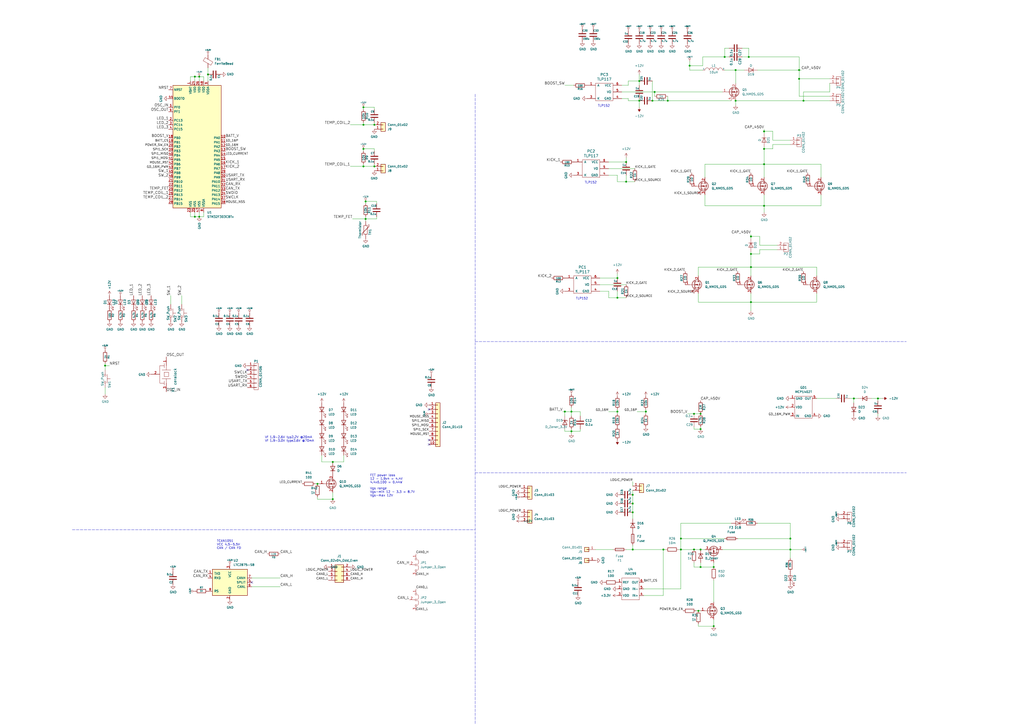
<source format=kicad_sch>
(kicad_sch (version 20211123) (generator eeschema)
  (paper "A2")
  (junction (at 113.03 125.73))
  (junction (at 363.22 93.98))
  (junction (at 405.13 354.33))
  (junction (at 210.82 86.36))
  (junction (at 331.47 238.76))
  (junction (at 463.55 40.64))
  (junction (at 210.82 62.23))
  (junction (at 443.23 95.25))
  (junction (at 212.09 127))
  (junction (at 384.81 318.77))
  (junction (at 458.47 312.42))
  (junction (at 331.47 250.19))
  (junction (at 367.03 318.77))
  (junction (at 358.14 172.72))
  (junction (at 217.17 72.39))
  (junction (at 358.14 238.76))
  (junction (at 466.09 58.42))
  (junction (at 193.04 267.97))
  (junction (at 434.34 33.02))
  (junction (at 402.59 240.03))
  (junction (at 414.02 328.93))
  (junction (at 378.46 58.42))
  (junction (at 113.03 44.45))
  (junction (at 406.4 248.92))
  (junction (at 370.84 46.99))
  (junction (at 426.72 40.64))
  (junction (at 115.57 125.73))
  (junction (at 394.97 312.42))
  (junction (at 367.03 297.18))
  (junction (at 402.59 318.77))
  (junction (at 210.82 72.39))
  (junction (at 414.02 363.22))
  (junction (at 435.61 147.32))
  (junction (at 184.15 280.67))
  (junction (at 406.4 318.77))
  (junction (at 458.47 318.77))
  (junction (at 379.73 53.34))
  (junction (at 443.23 76.2))
  (junction (at 367.03 287.02))
  (junction (at 115.57 44.45))
  (junction (at 212.09 116.84))
  (junction (at 443.23 119.38))
  (junction (at 374.65 238.76))
  (junction (at 495.3 231.14))
  (junction (at 406.4 240.03))
  (junction (at 327.66 238.76))
  (junction (at 420.37 33.02))
  (junction (at 358.14 161.29))
  (junction (at 217.17 96.52))
  (junction (at 426.72 58.42))
  (junction (at 363.22 105.41))
  (junction (at 394.97 318.77))
  (junction (at 60.96 212.09))
  (junction (at 367.03 292.1))
  (junction (at 435.61 175.26))
  (junction (at 406.4 328.93))
  (junction (at 509.27 231.14))
  (junction (at 463.55 45.72))
  (junction (at 210.82 96.52))
  (junction (at 120.65 43.18))
  (junction (at 400.05 38.1))
  (junction (at 387.35 58.42))
  (junction (at 370.84 58.42))
  (junction (at 435.61 137.16))
  (junction (at 443.23 86.36))
  (junction (at 193.04 289.56))
  (junction (at 435.61 154.94))
  (no_connect (at 248.92 255.27))
  (no_connect (at 146.05 337.82))
  (no_connect (at 143.51 214.63))
  (no_connect (at 248.92 257.81))
  (no_connect (at 248.92 237.49))
  (wire (pts (xy 402.59 240.03) (xy 406.4 240.03)))
  (wire (pts (xy 448.31 86.36) (xy 448.31 83.82)))
  (wire (pts (xy 363.22 105.41) (xy 363.22 101.6)))
  (wire (pts (xy 331.47 236.22) (xy 331.47 238.76)))
  (wire (pts (xy 210.82 72.39) (xy 217.17 72.39)))
  (wire (pts (xy 118.11 125.73) (xy 118.11 123.19)))
  (wire (pts (xy 364.49 49.53) (xy 364.49 46.99)))
  (wire (pts (xy 426.72 58.42) (xy 466.09 58.42)))
  (wire (pts (xy 367.03 297.18) (xy 367.03 300.99)))
  (wire (pts (xy 458.47 303.53) (xy 458.47 312.42)))
  (wire (pts (xy 113.03 123.19) (xy 113.03 125.73)))
  (wire (pts (xy 405.13 154.94) (xy 435.61 154.94)))
  (wire (pts (xy 414.02 336.55) (xy 414.02 349.25)))
  (wire (pts (xy 358.14 101.6) (xy 358.14 105.41)))
  (wire (pts (xy 364.49 46.99) (xy 370.84 46.99)))
  (wire (pts (xy 435.61 175.26) (xy 435.61 180.34)))
  (wire (pts (xy 374.65 238.76) (xy 374.65 240.03)))
  (wire (pts (xy 378.46 46.99) (xy 378.46 58.42)))
  (wire (pts (xy 370.84 46.99) (xy 370.84 49.53)))
  (wire (pts (xy 398.78 240.03) (xy 402.59 240.03)))
  (wire (pts (xy 373.38 341.63) (xy 394.97 341.63)))
  (wire (pts (xy 440.69 137.16) (xy 440.69 142.24)))
  (wire (pts (xy 439.42 303.53) (xy 458.47 303.53)))
  (wire (pts (xy 481.33 55.88) (xy 463.55 55.88)))
  (wire (pts (xy 370.84 57.15) (xy 370.84 58.42)))
  (wire (pts (xy 400.05 35.56) (xy 400.05 38.1)))
  (wire (pts (xy 394.97 312.42) (xy 420.37 312.42)))
  (wire (pts (xy 184.15 288.29) (xy 184.15 289.56)))
  (wire (pts (xy 110.49 125.73) (xy 113.03 125.73)))
  (wire (pts (xy 406.4 328.93) (xy 414.02 328.93)))
  (wire (pts (xy 369.57 238.76) (xy 374.65 238.76)))
  (wire (pts (xy 426.72 58.42) (xy 426.72 60.96)))
  (wire (pts (xy 331.47 238.76) (xy 331.47 241.3)))
  (wire (pts (xy 408.94 102.87) (xy 408.94 95.25)))
  (wire (pts (xy 443.23 95.25) (xy 476.25 95.25)))
  (wire (pts (xy 370.84 58.42) (xy 370.84 62.23)))
  (wire (pts (xy 481.33 53.34) (xy 481.33 48.26)))
  (wire (pts (xy 358.14 105.41) (xy 363.22 105.41)))
  (wire (pts (xy 367.03 292.1) (xy 367.03 297.18)))
  (wire (pts (xy 443.23 76.2) (xy 448.31 76.2)))
  (wire (pts (xy 463.55 40.64) (xy 464.82 40.64)))
  (wire (pts (xy 458.47 318.77) (xy 458.47 312.42)))
  (wire (pts (xy 387.35 55.88) (xy 387.35 58.42)))
  (wire (pts (xy 440.69 144.78) (xy 450.85 144.78)))
  (wire (pts (xy 407.67 33.02) (xy 420.37 33.02)))
  (wire (pts (xy 463.55 45.72) (xy 481.33 45.72)))
  (wire (pts (xy 115.57 44.45) (xy 113.03 44.45)))
  (wire (pts (xy 405.13 160.02) (xy 405.13 154.94)))
  (wire (pts (xy 364.49 57.15) (xy 360.68 57.15)))
  (wire (pts (xy 364.49 58.42) (xy 364.49 57.15)))
  (wire (pts (xy 60.96 224.79) (xy 60.96 228.6)))
  (wire (pts (xy 115.57 123.19) (xy 115.57 125.73)))
  (wire (pts (xy 218.44 116.84) (xy 218.44 118.11)))
  (wire (pts (xy 60.96 212.09) (xy 63.5 212.09)))
  (wire (pts (xy 113.03 44.45) (xy 113.03 46.99)))
  (wire (pts (xy 212.09 127) (xy 218.44 127)))
  (wire (pts (xy 120.65 39.37) (xy 120.65 43.18)))
  (wire (pts (xy 184.15 280.67) (xy 185.42 280.67)))
  (wire (pts (xy 358.14 238.76) (xy 358.14 240.03)))
  (wire (pts (xy 331.47 238.76) (xy 336.55 238.76)))
  (wire (pts (xy 402.59 247.65) (xy 402.59 248.92)))
  (polyline (pts (xy 275.59 198.12) (xy 525.78 198.12)))
  (wire (pts (xy 448.31 83.82) (xy 458.47 83.82)))
  (wire (pts (xy 374.65 237.49) (xy 374.65 238.76)))
  (polyline (pts (xy 275.59 274.32) (xy 525.78 274.32)))
  (wire (pts (xy 495.3 231.14) (xy 497.84 231.14)))
  (wire (pts (xy 424.18 303.53) (xy 394.97 303.53)))
  (wire (pts (xy 363.22 318.77) (xy 367.03 318.77)))
  (wire (pts (xy 387.35 58.42) (xy 424.18 58.42)))
  (wire (pts (xy 435.61 170.18) (xy 435.61 175.26)))
  (wire (pts (xy 422.91 27.94) (xy 420.37 27.94)))
  (wire (pts (xy 360.68 53.34) (xy 379.73 53.34)))
  (wire (pts (xy 400.05 38.1) (xy 407.67 38.1)))
  (wire (pts (xy 367.03 279.4) (xy 367.03 281.94)))
  (wire (pts (xy 113.03 125.73) (xy 115.57 125.73)))
  (wire (pts (xy 360.68 49.53) (xy 364.49 49.53)))
  (wire (pts (xy 443.23 119.38) (xy 476.25 119.38)))
  (wire (pts (xy 336.55 238.76) (xy 336.55 241.3)))
  (wire (pts (xy 218.44 127) (xy 218.44 125.73)))
  (wire (pts (xy 146.05 340.36) (xy 162.56 340.36)))
  (wire (pts (xy 402.59 318.77) (xy 406.4 318.77)))
  (wire (pts (xy 435.61 137.16) (xy 435.61 135.89)))
  (wire (pts (xy 367.03 284.48) (xy 367.03 287.02)))
  (wire (pts (xy 426.72 40.64) (xy 431.8 40.64)))
  (wire (pts (xy 405.13 363.22) (xy 414.02 363.22)))
  (wire (pts (xy 331.47 250.19) (xy 336.55 250.19)))
  (wire (pts (xy 443.23 86.36) (xy 448.31 86.36)))
  (wire (pts (xy 420.37 40.64) (xy 426.72 40.64)))
  (wire (pts (xy 405.13 354.33) (xy 406.4 354.33)))
  (wire (pts (xy 394.97 303.53) (xy 394.97 312.42)))
  (wire (pts (xy 118.11 46.99) (xy 118.11 44.45)))
  (wire (pts (xy 378.46 58.42) (xy 387.35 58.42)))
  (wire (pts (xy 347.98 165.1) (xy 363.22 165.1)))
  (wire (pts (xy 210.82 86.36) (xy 210.82 87.63)))
  (wire (pts (xy 113.03 44.45) (xy 110.49 44.45)))
  (wire (pts (xy 386.08 318.77) (xy 384.81 318.77)))
  (wire (pts (xy 476.25 95.25) (xy 476.25 102.87)))
  (wire (pts (xy 435.61 154.94) (xy 435.61 160.02)))
  (polyline (pts (xy 275.59 54.61) (xy 275.59 424.18)))
  (wire (pts (xy 363.22 105.41) (xy 368.3 105.41)))
  (wire (pts (xy 400.05 38.1) (xy 400.05 40.64)))
  (wire (pts (xy 210.82 86.36) (xy 217.17 86.36)))
  (wire (pts (xy 419.1 318.77) (xy 458.47 318.77)))
  (wire (pts (xy 358.14 237.49) (xy 358.14 238.76)))
  (wire (pts (xy 210.82 62.23) (xy 217.17 62.23)))
  (wire (pts (xy 210.82 72.39) (xy 210.82 71.12)))
  (wire (pts (xy 414.02 328.93) (xy 414.02 326.39)))
  (wire (pts (xy 331.47 238.76) (xy 327.66 238.76)))
  (wire (pts (xy 115.57 44.45) (xy 115.57 46.99)))
  (wire (pts (xy 331.47 250.19) (xy 331.47 248.92)))
  (wire (pts (xy 347.98 161.29) (xy 358.14 161.29)))
  (wire (pts (xy 353.06 97.79) (xy 368.3 97.79)))
  (wire (pts (xy 115.57 125.73) (xy 118.11 125.73)))
  (wire (pts (xy 60.96 212.09) (xy 60.96 214.63)))
  (wire (pts (xy 473.71 175.26) (xy 473.71 170.18)))
  (wire (pts (xy 353.06 238.76) (xy 358.14 238.76)))
  (wire (pts (xy 405.13 175.26) (xy 435.61 175.26)))
  (wire (pts (xy 212.09 127) (xy 212.09 125.73)))
  (wire (pts (xy 435.61 147.32) (xy 440.69 147.32)))
  (wire (pts (xy 406.4 318.77) (xy 408.94 318.77)))
  (wire (pts (xy 217.17 62.23) (xy 217.17 63.5)))
  (wire (pts (xy 448.31 81.28) (xy 458.47 81.28)))
  (wire (pts (xy 435.61 175.26) (xy 473.71 175.26)))
  (wire (pts (xy 110.49 44.45) (xy 110.49 46.99)))
  (wire (pts (xy 473.71 154.94) (xy 473.71 160.02)))
  (wire (pts (xy 435.61 138.43) (xy 435.61 137.16)))
  (wire (pts (xy 476.25 119.38) (xy 476.25 113.03)))
  (wire (pts (xy 443.23 86.36) (xy 443.23 95.25)))
  (wire (pts (xy 353.06 93.98) (xy 363.22 93.98)))
  (wire (pts (xy 210.82 96.52) (xy 210.82 95.25)))
  (wire (pts (xy 430.53 27.94) (xy 434.34 27.94)))
  (wire (pts (xy 217.17 96.52) (xy 217.17 95.25)))
  (wire (pts (xy 358.14 172.72) (xy 363.22 172.72)))
  (wire (pts (xy 379.73 53.34) (xy 379.73 55.88)))
  (wire (pts (xy 458.47 318.77) (xy 458.47 323.85)))
  (wire (pts (xy 443.23 113.03) (xy 443.23 119.38)))
  (wire (pts (xy 217.17 86.36) (xy 217.17 87.63)))
  (wire (pts (xy 327.66 49.53) (xy 332.74 49.53)))
  (wire (pts (xy 384.81 345.44) (xy 384.81 318.77)))
  (wire (pts (xy 331.47 251.46) (xy 331.47 250.19)))
  (wire (pts (xy 509.27 231.14) (xy 511.81 231.14)))
  (wire (pts (xy 217.17 72.39) (xy 217.17 71.12)))
  (wire (pts (xy 400.05 40.64) (xy 407.67 40.64)))
  (wire (pts (xy 373.38 345.44) (xy 384.81 345.44)))
  (wire (pts (xy 406.4 326.39) (xy 406.4 328.93)))
  (wire (pts (xy 327.66 241.3) (xy 327.66 238.76)))
  (wire (pts (xy 481.33 53.34) (xy 466.09 53.34)))
  (wire (pts (xy 60.96 210.82) (xy 60.96 212.09)))
  (wire (pts (xy 327.66 248.92) (xy 327.66 250.19)))
  (wire (pts (xy 210.82 72.39) (xy 203.2 72.39)))
  (wire (pts (xy 210.82 62.23) (xy 210.82 63.5)))
  (wire (pts (xy 367.03 316.23) (xy 367.03 318.77)))
  (wire (pts (xy 430.53 33.02) (xy 434.34 33.02)))
  (wire (pts (xy 443.23 119.38) (xy 443.23 123.19)))
  (wire (pts (xy 370.84 43.18) (xy 370.84 46.99)))
  (wire (pts (xy 435.61 146.05) (xy 435.61 147.32)))
  (wire (pts (xy 212.09 116.84) (xy 218.44 116.84)))
  (wire (pts (xy 492.76 231.14) (xy 495.3 231.14)))
  (wire (pts (xy 443.23 95.25) (xy 443.23 102.87)))
  (wire (pts (xy 406.4 248.92) (xy 406.4 247.65)))
  (wire (pts (xy 435.61 154.94) (xy 473.71 154.94)))
  (wire (pts (xy 212.09 118.11) (xy 212.09 116.84)))
  (wire (pts (xy 420.37 27.94) (xy 420.37 33.02)))
  (wire (pts (xy 367.03 287.02) (xy 367.03 292.1)))
  (wire (pts (xy 407.67 38.1) (xy 407.67 33.02)))
  (wire (pts (xy 435.61 137.16) (xy 440.69 137.16)))
  (wire (pts (xy 210.82 96.52) (xy 217.17 96.52)))
  (wire (pts (xy 358.14 172.72) (xy 353.06 172.72)))
  (wire (pts (xy 327.66 238.76) (xy 326.39 238.76)))
  (wire (pts (xy 443.23 77.47) (xy 443.23 76.2)))
  (wire (pts (xy 212.09 127) (xy 204.47 127)))
  (wire (pts (xy 358.14 168.91) (xy 358.14 172.72)))
  (wire (pts (xy 463.55 55.88) (xy 463.55 45.72)))
  (wire (pts (xy 405.13 170.18) (xy 405.13 175.26)))
  (wire (pts (xy 463.55 33.02) (xy 463.55 40.64)))
  (wire (pts (xy 443.23 85.09) (xy 443.23 86.36)))
  (wire (pts (xy 199.39 264.16) (xy 199.39 267.97)))
  (wire (pts (xy 440.69 147.32) (xy 440.69 144.78)))
  (wire (pts (xy 394.97 341.63) (xy 394.97 318.77)))
  (wire (pts (xy 408.94 113.03) (xy 408.94 119.38)))
  (wire (pts (xy 420.37 33.02) (xy 422.91 33.02)))
  (wire (pts (xy 353.06 101.6) (xy 358.14 101.6)))
  (wire (pts (xy 358.14 161.29) (xy 358.14 158.75)))
  (wire (pts (xy 466.09 58.42) (xy 481.33 58.42)))
  (wire (pts (xy 345.44 318.77) (xy 355.6 318.77)))
  (wire (pts (xy 184.15 289.56) (xy 193.04 289.56)))
  (wire (pts (xy 186.69 267.97) (xy 193.04 267.97)))
  (wire (pts (xy 353.06 172.72) (xy 353.06 168.91)))
  (wire (pts (xy 448.31 76.2) (xy 448.31 81.28)))
  (wire (pts (xy 434.34 33.02) (xy 463.55 33.02)))
  (wire (pts (xy 402.59 248.92) (xy 406.4 248.92)))
  (wire (pts (xy 402.59 326.39) (xy 402.59 328.93)))
  (wire (pts (xy 393.7 318.77) (xy 394.97 318.77)))
  (wire (pts (xy 509.27 231.14) (xy 509.27 232.41)))
  (wire (pts (xy 505.46 231.14) (xy 509.27 231.14)))
  (wire (pts (xy 463.55 40.64) (xy 463.55 45.72)))
  (wire (pts (xy 394.97 312.42) (xy 394.97 318.77)))
  (wire (pts (xy 405.13 361.95) (xy 405.13 363.22)))
  (wire (pts (xy 212.09 128.27) (xy 212.09 127)))
  (wire (pts (xy 146.05 335.28) (xy 162.56 335.28)))
  (wire (pts (xy 435.61 147.32) (xy 435.61 154.94)))
  (wire (pts (xy 426.72 40.64) (xy 426.72 48.26)))
  (wire (pts (xy 439.42 40.64) (xy 463.55 40.64)))
  (wire (pts (xy 336.55 250.19) (xy 336.55 248.92)))
  (wire (pts (xy 193.04 289.56) (xy 193.04 285.75)))
  (wire (pts (xy 394.97 318.77) (xy 402.59 318.77)))
  (wire (pts (xy 495.3 231.14) (xy 495.3 233.68)))
  (wire (pts (xy 353.06 168.91) (xy 347.98 168.91)))
  (wire (pts (xy 473.71 231.14) (xy 485.14 231.14)))
  (wire (pts (xy 120.65 43.18) (xy 120.65 46.99)))
  (wire (pts (xy 118.11 44.45) (xy 115.57 44.45)))
  (wire (pts (xy 364.49 58.42) (xy 370.84 58.42)))
  (wire (pts (xy 99.06 171.45) (xy 99.06 176.53)))
  (wire (pts (xy 327.66 250.19) (xy 331.47 250.19)))
  (wire (pts (xy 402.59 328.93) (xy 406.4 328.93)))
  (wire (pts (xy 427.99 312.42) (xy 458.47 312.42)))
  (wire (pts (xy 367.03 318.77) (xy 384.81 318.77)))
  (wire (pts (xy 458.47 318.77) (xy 464.82 318.77)))
  (wire (pts (xy 182.88 280.67) (xy 184.15 280.67)))
  (wire (pts (xy 403.86 354.33) (xy 405.13 354.33)))
  (wire (pts (xy 105.41 171.45) (xy 105.41 176.53)))
  (polyline (pts (xy 41.91 307.34) (xy 275.59 307.34)))
  (wire (pts (xy 363.22 93.98) (xy 363.22 91.44)))
  (wire (pts (xy 379.73 53.34) (xy 419.1 53.34)))
  (wire (pts (xy 110.49 123.19) (xy 110.49 125.73)))
  (wire (pts (xy 434.34 27.94) (xy 434.34 33.02)))
  (wire (pts (xy 193.04 267.97) (xy 199.39 267.97)))
  (wire (pts (xy 210.82 96.52) (xy 203.2 96.52)))
  (wire (pts (xy 408.94 119.38) (xy 443.23 119.38)))
  (wire (pts (xy 440.69 142.24) (xy 450.85 142.24)))
  (wire (pts (xy 414.02 363.22) (xy 414.02 359.41)))
  (wire (pts (xy 408.94 95.25) (xy 443.23 95.25)))
  (wire (pts (xy 443.23 76.2) (xy 443.23 74.93)))
  (wire (pts (xy 466.09 53.34) (xy 466.09 58.42)))
  (wire (pts (xy 186.69 264.16) (xy 186.69 267.97)))
  (wire (pts (xy 509.27 240.03) (xy 509.27 241.3)))
  (text "TLP152" (at 339.09 106.68 0) (effects (font (size 1.27 1.27)) (justify left bottom)))
  (text "FET power loss\n12 - 1.9x4 = 4.4V\n4.4x0.100 = 0.44W" (at 214.63 280.67 0) (effects (font (size 1.27 1.27)) (justify left bottom)))
  (text "Vgs range\nVgs-min 12 - 3.3 = 8.7V\nVgs-max 12V" (at 214.63 288.29 0) (effects (font (size 1.27 1.27)) (justify left bottom)))
  (text "TCAN1051\nVCC 4.5-5.5V\nCAN / CAN FD" (at 125.73 318.77 0) (effects (font (size 1.27 1.27)) (justify left bottom)))
  (text "TLP152" (at 346.71 62.23 0) (effects (font (size 1.27 1.27)) (justify left bottom)))
  (text "TLP152" (at 334.01 173.99 0) (effects (font (size 1.27 1.27)) (justify left bottom)))
  (text "Vf 1.9-2.6V typ2.2V @20mA\nVf 1.9-3.0V type2.6V @70mA" (at 153.67 256.54 0) (effects (font (size 1.27 1.27)) (justify left bottom)))
  (label "MOUSE_NSS" (at 130.81 118.11 0))
  (label "CAN_TX" (at 120.65 332.74 180) (effects (font (size 1.524 1.524))))
  (label "CAP_450V" (at 406.4 232.41 0) (effects (font (size 1.524 1.524))))
  (label "OSC_OUT" (at 96.52 207.01 0) (effects (font (size 1.524 1.524))))
  (label "LED_2" (at 97.79 72.39 180) (effects (font (size 1.524 1.524))))
  (label "CAN_RX" (at 120.65 335.28 180) (effects (font (size 1.524 1.524))))
  (label "KICK_1" (at 325.12 93.98 180) (effects (font (size 1.524 1.524))))
  (label "KICK_2_GATE" (at 427.99 157.48 180))
  (label "GD_16M_PWM" (at 458.47 241.3 180))
  (label "GD_16P" (at 369.57 238.76 180))
  (label "OSC_IN" (at 97.79 62.23 180) (effects (font (size 1.524 1.524))))
  (label "SPI1_MOSI" (at 97.79 92.71 180))
  (label "CAN0_L" (at 241.3 341.63 0))
  (label "GD_16M" (at 353.06 238.76 180))
  (label "USART_TX" (at 143.51 222.25 180) (effects (font (size 1.524 1.524))))
  (label "SW_2" (at 97.79 102.87 180) (effects (font (size 1.524 1.524))))
  (label "SW_2" (at 105.41 171.45 90) (effects (font (size 1.524 1.524))))
  (label "POWER_SW_EN" (at 396.24 354.33 180))
  (label "LED_CURRENT" (at 175.26 280.67 180))
  (label "LED_3" (at 97.79 74.93 180) (effects (font (size 1.524 1.524))))
  (label "CAN_L" (at 237.49 347.98 180) (effects (font (size 1.524 1.524))))
  (label "SPI1_MISO" (at 97.79 90.17 180))
  (label "KICK_1_GATE" (at 401.32 100.33 180))
  (label "CAN_L" (at 162.56 340.36 0) (effects (font (size 1.524 1.524))))
  (label "CAP_450V" (at 464.82 40.64 0) (effects (font (size 1.524 1.524))))
  (label "KICK_2_GATE" (at 466.09 157.48 180))
  (label "GD_16P" (at 130.81 82.55 0))
  (label "LED_CURRENT" (at 130.81 90.17 0))
  (label "BOOST_V" (at 398.78 240.03 180) (effects (font (size 1.524 1.524))))
  (label "LOGIC_POWER" (at 190.5 331.47 180))
  (label "CAN1_L" (at 241.3 354.33 0))
  (label "KICK_1_GATE" (at 468.63 100.33 180))
  (label "LED_1" (at 97.79 69.85 180) (effects (font (size 1.524 1.524))))
  (label "MOUSE_RST" (at 248.92 252.73 180))
  (label "TEMP_FET" (at 97.79 110.49 180) (effects (font (size 1.524 1.524))))
  (label "TEMP_FET" (at 204.47 127 180) (effects (font (size 1.524 1.524))))
  (label "BATT_V" (at 130.81 80.01 0) (effects (font (size 1.524 1.524))))
  (label "OSC_OUT" (at 97.79 64.77 180) (effects (font (size 1.524 1.524))))
  (label "LOGIC_POWER" (at 203.2 331.47 0))
  (label "TEMP_COIL_1" (at 97.79 113.03 180) (effects (font (size 1.524 1.524))))
  (label "SWCLK" (at 143.51 217.17 180) (effects (font (size 1.524 1.524))))
  (label "LOGIC_POWER" (at 302.26 297.18 180))
  (label "SWCLK" (at 130.81 115.57 0) (effects (font (size 1.524 1.524))))
  (label "KICK_1" (at 130.81 95.25 0) (effects (font (size 1.524 1.524))))
  (label "MOUSE_NSS" (at 248.92 242.57 180))
  (label "LED_2" (at 82.55 171.45 90) (effects (font (size 1.524 1.524))))
  (label "CAN_TX" (at 130.81 110.49 0) (effects (font (size 1.524 1.524))))
  (label "CAN0_H" (at 203.2 334.01 0))
  (label "LED_3" (at 87.63 171.45 90) (effects (font (size 1.524 1.524))))
  (label "CAN_H" (at 154.94 321.31 180) (effects (font (size 1.524 1.524))))
  (label "KICK_2_SOURCE" (at 363.22 172.72 0))
  (label "GD_16M" (at 130.81 85.09 0))
  (label "BATT_V" (at 326.39 238.76 180) (effects (font (size 1.524 1.524))))
  (label "TEMP_COIL_2" (at 203.2 72.39 180) (effects (font (size 1.524 1.524))))
  (label "KICK_1_SOURCE" (at 368.3 105.41 0))
  (label "KICK_1_GATE" (at 435.61 100.33 180))
  (label "LED_1" (at 77.47 171.45 90) (effects (font (size 1.524 1.524))))
  (label "LOGIC_POWER" (at 367.03 279.4 180))
  (label "SWDIO" (at 143.51 219.71 180) (effects (font (size 1.524 1.524))))
  (label "OSC_IN" (at 96.52 227.33 0) (effects (font (size 1.524 1.524))))
  (label "BATT_CS" (at 97.79 82.55 180))
  (label "SPI1_MISO" (at 248.92 245.11 180))
  (label "CAN_RX" (at 130.81 107.95 0) (effects (font (size 1.524 1.524))))
  (label "BOOST_SW" (at 130.81 87.63 0) (effects (font (size 1.524 1.524))))
  (label "USART_RX" (at 130.81 105.41 0) (effects (font (size 1.524 1.524))))
  (label "SWDIO" (at 130.81 113.03 0) (effects (font (size 1.524 1.524))))
  (label "SPI1_SCK" (at 97.79 87.63 180))
  (label "KICK_1_SOURCE" (at 406.4 113.03 180))
  (label "CAN_H" (at 162.56 335.28 0) (effects (font (size 1.524 1.524))))
  (label "KICK_1_GATE" (at 368.3 97.79 0))
  (label "SPI1_MOSI" (at 248.92 247.65 180))
  (label "BOOST_V" (at 97.79 80.01 180) (effects (font (size 1.524 1.524))))
  (label "SW_1" (at 97.79 100.33 180) (effects (font (size 1.524 1.524))))
  (label "KICK_2" (at 320.04 161.29 180) (effects (font (size 1.524 1.524))))
  (label "GD_16M_PWM" (at 97.79 97.79 180))
  (label "CAN1_H" (at 203.2 336.55 0))
  (label "BOOST_SW" (at 327.66 49.53 180) (effects (font (size 1.524 1.524))))
  (label "NRST" (at 97.79 52.07 180) (effects (font (size 1.524 1.524))))
  (label "TEMP_COIL_2" (at 97.79 115.57 180) (effects (font (size 1.524 1.524))))
  (label "MOUSE_RST" (at 97.79 95.25 180))
  (label "KICK_2_GATE" (at 363.22 165.1 0))
  (label "CAN_L" (at 162.56 321.31 0) (effects (font (size 1.524 1.524))))
  (label "POWER_SW_EN" (at 97.79 85.09 180))
  (label "CAP_450V" (at 435.61 135.89 180) (effects (font (size 1.524 1.524))))
  (label "CAN0_L" (at 190.5 334.01 180))
  (label "LOGIC_POWER" (at 302.26 283.21 180))
  (label "CAN_H" (at 237.49 327.66 180) (effects (font (size 1.524 1.524))))
  (label "USART_TX" (at 130.81 102.87 0) (effects (font (size 1.524 1.524))))
  (label "CAN0_H" (at 241.3 321.31 0))
  (label "NRST" (at 63.5 212.09 0) (effects (font (size 1.524 1.524))))
  (label "SPI1_SCK" (at 248.92 250.19 180))
  (label "KICK_2_SOURCE" (at 402.59 170.18 180))
  (label "CAN1_L" (at 190.5 336.55 180))
  (label "KICK_2" (at 130.81 97.79 0) (effects (font (size 1.524 1.524))))
  (label "BATT_CS" (at 373.38 337.82 0))
  (label "SW_1" (at 99.06 171.45 90) (effects (font (size 1.524 1.524))))
  (label "TEMP_COIL_1" (at 203.2 96.52 180) (effects (font (size 1.524 1.524))))
  (label "CAP_450V" (at 443.23 74.93 180) (effects (font (size 1.524 1.524))))
  (label "KICK_2_GATE" (at 397.51 157.48 180))
  (label "USART_RX" (at 143.51 224.79 180) (effects (font (size 1.524 1.524))))
  (label "CAN1_H" (at 241.3 334.01 0))
  (symbol (lib_id "SSL_BST_ver1.3-rescue:R") (at 60.96 207.01 0) (unit 1)
    (property "Reference" "R1" (at 62.992 207.01 90) (effects (font (size 1.016 1.016))))
    (property "Value" "1k" (at 61.1378 206.9846 90) (effects (font (size 1.016 1.016))))
    (property "Footprint" "Resistor_SMD:R_0603_1608Metric" (effects hide))
  )
  (symbol (lib_id "SSL_BST_ver1.3-rescue:LED") (at 69.85 175.26 90) (unit 1)
    (property "Reference" "D2" (at 67.31 175.26 0))
    (property "Value" "LED" (at 72.39 175.26 0))
    (property "Footprint" "LED_SMD:LED_0603_1608Metric" (effects hide))
  )
  (symbol (lib_id "SSL_BST_ver1.3-rescue:R") (at 69.85 182.88 0) (unit 1)
    (property "Reference" "R3" (at 71.882 182.88 90) (effects (font (size 1.016 1.016))))
    (property "Value" "4.7k" (at 70.0278 182.8546 90) (effects (font (size 1.016 1.016))))
    (property "Footprint" "Resistor_SMD:R_0603_1608Metric" (effects hide))
  )
  (symbol (lib_id "SSL_BST_ver1.3-rescue:LED") (at 77.47 175.26 90) (unit 1)
    (property "Reference" "D3" (at 74.93 175.26 0))
    (property "Value" "LED" (at 80.01 175.26 0))
    (property "Footprint" "LED_SMD:LED_0603_1608Metric" (effects hide))
  )
  (symbol (lib_id "SSL_BST_ver1.3-rescue:R") (at 77.47 182.88 0) (unit 1)
    (property "Reference" "R4" (at 79.502 182.88 90) (effects (font (size 1.016 1.016))))
    (property "Value" "4.7k" (at 77.6478 182.8546 90) (effects (font (size 1.016 1.016))))
    (property "Footprint" "Resistor_SMD:R_0603_1608Metric" (effects hide))
  )
  (symbol (lib_id "SSL_BST_ver1.3-rescue:CONN_01X06") (at 148.59 218.44 0) (unit 1)
    (property "Reference" "P1" (at 148.59 209.55 0))
    (property "Value" "CONN_01X06" (at 151.13 218.44 90))
    (property "Footprint" "user:ZH_B6B-ZR" (effects hide))
  )
  (symbol (lib_id "SSL_BST_ver1.3-rescue:R") (at 158.75 321.31 270) (unit 1)
    (property "Reference" "R8" (at 158.75 323.342 90) (effects (font (size 1.016 1.016))))
    (property "Value" "120" (at 158.7754 321.4878 90) (effects (font (size 1.016 1.016))))
    (property "Footprint" "Resistor_SMD:R_0603_1608Metric" (effects hide))
  )
  (symbol (lib_id "SSL_BST_ver1.3-rescue:+3.3V") (at 60.96 203.2 0) (unit 1)
    (property "Reference" "#PWR06" (effects hide))
    (property "Value" "+3.3V" (at 60.96 200.406 0) (effects (font (size 0.762 0.762))))
  )
  (symbol (lib_id "SSL_BST_ver1.3-rescue:+3.3V") (at 69.85 171.45 0) (unit 1)
    (property "Reference" "#PWR09" (effects hide))
    (property "Value" "+3.3V" (at 69.85 168.656 0) (effects (font (size 0.762 0.762))))
  )
  (symbol (lib_id "SSL_BST_ver1.3-rescue:+3.3V") (at 144.78 181.61 0) (unit 1)
    (property "Reference" "#PWR035" (effects hide))
    (property "Value" "+3.3V" (at 144.78 178.816 0) (effects (font (size 0.762 0.762))))
  )
  (symbol (lib_id "SSL_BST_ver1.3-rescue:C") (at 144.78 185.42 180) (unit 1)
    (property "Reference" "C6" (at 144.78 187.96 0) (effects (font (size 1.016 1.016)) (justify left)))
    (property "Value" "0.1u" (at 144.6276 183.261 0) (effects (font (size 1.016 1.016)) (justify left)))
    (property "Footprint" "Capacitor_SMD:C_0603_1608Metric" (effects hide))
  )
  (symbol (lib_id "SSL_BST_ver1.3-rescue:+3.3V") (at 138.43 181.61 0) (unit 1)
    (property "Reference" "#PWR032" (effects hide))
    (property "Value" "+3.3V" (at 138.43 178.816 0) (effects (font (size 0.762 0.762))))
  )
  (symbol (lib_id "SSL_BST_ver1.3-rescue:C") (at 138.43 185.42 180) (unit 1)
    (property "Reference" "C5" (at 138.43 187.96 0) (effects (font (size 1.016 1.016)) (justify left)))
    (property "Value" "0.1u" (at 138.2776 183.261 0) (effects (font (size 1.016 1.016)) (justify left)))
    (property "Footprint" "Capacitor_SMD:C_0603_1608Metric" (effects hide))
  )
  (symbol (lib_id "SSL_BST_ver1.3-rescue:+3.3V") (at 133.35 181.61 0) (unit 1)
    (property "Reference" "#PWR030" (effects hide))
    (property "Value" "+3.3V" (at 133.35 178.816 0) (effects (font (size 0.762 0.762))))
  )
  (symbol (lib_id "SSL_BST_ver1.3-rescue:C") (at 133.35 185.42 180) (unit 1)
    (property "Reference" "C4" (at 133.35 187.96 0) (effects (font (size 1.016 1.016)) (justify left)))
    (property "Value" "0.1u" (at 133.1976 183.261 0) (effects (font (size 1.016 1.016)) (justify left)))
    (property "Footprint" "Capacitor_SMD:C_0603_1608Metric" (effects hide))
  )
  (symbol (lib_id "SSL_BST_ver1.3-rescue:C") (at 127 185.42 180) (unit 1)
    (property "Reference" "C3" (at 127 187.96 0) (effects (font (size 1.016 1.016)) (justify left)))
    (property "Value" "0.1u" (at 126.8476 183.261 0) (effects (font (size 1.016 1.016)) (justify left)))
    (property "Footprint" "Capacitor_SMD:C_0603_1608Metric" (effects hide))
  )
  (symbol (lib_id "SSL_BST_ver1.3-rescue:+3.3V") (at 302.26 288.29 90) (unit 1)
    (property "Reference" "#PWR056" (effects hide))
    (property "Value" "+3.3V" (at 299.466 288.29 0) (effects (font (size 0.762 0.762))))
  )
  (symbol (lib_id "SSL_BST_ver1.3-rescue:SW_Push") (at 60.96 219.71 270) (unit 1)
    (property "Reference" "SW1" (at 63.5 220.98 0) (effects (justify left)))
    (property "Value" "SW_Push" (at 59.436 219.71 0))
    (property "Footprint" "Button_Switch_SMD:SW_Push_1P1T_NO_CK_KMR2" (effects hide))
  )
  (symbol (lib_id "SSL_BST_ver1.3-rescue:INDUCTOR") (at 414.02 40.64 0) (unit 1)
    (property "Reference" "L1" (at 414.02 38.1 0))
    (property "Value" "10uH" (at 414.02 41.91 0))
    (property "Footprint" "Inductor_SMD:L_Bourns_SRP1770TA_16.9x16.9mm" (effects hide))
  )
  (symbol (lib_id "SSL_BST_ver1.3-rescue:D") (at 435.61 40.64 180) (unit 1)
    (property "Reference" "D19" (at 435.61 43.18 0))
    (property "Value" "D" (at 435.61 38.1 0))
    (property "Footprint" "user:TO-252-2-RD" (effects hide))
  )
  (symbol (lib_id "SSL_BST_ver1.3-rescue:SW_Push") (at 99.06 181.61 270) (unit 1)
    (property "Reference" "SW2" (at 101.6 182.88 0) (effects (justify left)))
    (property "Value" "SW_Push" (at 97.536 181.61 0))
    (property "Footprint" "Button_Switch_SMD:SW_Push_1P1T_NO_CK_KMR2" (effects hide))
  )
  (symbol (lib_id "SSL_BST_ver1.3-rescue:C") (at 402.59 243.84 180) (unit 1)
    (property "Reference" "C29" (at 401.955 246.38 0) (effects (justify left)))
    (property "Value" "0.1u" (at 401.955 241.3 0) (effects (justify left)))
    (property "Footprint" "Capacitor_SMD:C_0603_1608Metric" (effects hide))
  )
  (symbol (lib_id "SSL_BST_ver1.3-rescue:R") (at 331.47 245.11 0) (unit 1)
    (property "Reference" "R15" (at 333.502 245.11 90))
    (property "Value" "1k" (at 331.47 245.11 90))
    (property "Footprint" "Resistor_SMD:R_0603_1608Metric" (effects hide))
  )
  (symbol (lib_id "SSL_BST_ver1.3-rescue:R") (at 331.47 232.41 0) (unit 1)
    (property "Reference" "R14" (at 333.502 232.41 90))
    (property "Value" "10k" (at 331.47 232.41 90))
    (property "Footprint" "Resistor_SMD:R_0603_1608Metric" (effects hide))
  )
  (symbol (lib_id "SSL_BST_ver1.3-rescue:ceralock") (at 96.52 217.17 270) (unit 1)
    (property "Reference" "X1" (at 100.33 226.06 0) (effects (font (size 1.524 1.524))))
    (property "Value" "ceralock" (at 101.6 218.44 0) (effects (font (size 1.524 1.524))))
    (property "Footprint" "Crystal:Resonator_SMD_Murata_CSTxExxV-3Pin_3.0x1.1mm" (effects hide))
  )
  (symbol (lib_id "SSL_BST_ver1.3-rescue:LED") (at 82.55 175.26 90) (unit 1)
    (property "Reference" "D4" (at 80.01 175.26 0))
    (property "Value" "LED" (at 85.09 175.26 0))
    (property "Footprint" "LED_SMD:LED_0603_1608Metric" (effects hide))
  )
  (symbol (lib_id "SSL_BST_ver1.3-rescue:R") (at 82.55 182.88 0) (unit 1)
    (property "Reference" "R5" (at 84.582 182.88 90) (effects (font (size 1.016 1.016))))
    (property "Value" "4.7k" (at 82.7278 182.8546 90) (effects (font (size 1.016 1.016))))
    (property "Footprint" "Resistor_SMD:R_0603_1608Metric" (effects hide))
  )
  (symbol (lib_id "SSL_BST_ver1.3-rescue:SW_Push") (at 105.41 181.61 270) (unit 1)
    (property "Reference" "SW3" (at 107.95 182.88 0) (effects (justify left)))
    (property "Value" "SW_Push" (at 103.886 181.61 0))
    (property "Footprint" "Button_Switch_SMD:SW_Push_1P1T_NO_CK_KMR2" (effects hide))
  )
  (symbol (lib_id "SSL_BST_ver1.3-rescue:R") (at 406.4 236.22 0) (unit 1)
    (property "Reference" "R37" (at 408.432 236.22 90))
    (property "Value" "1M" (at 406.4 236.22 90))
    (property "Footprint" "Resistor_SMD:R_1206_3216Metric" (effects hide))
  )
  (symbol (lib_id "SSL_BST_ver1.3-rescue:R") (at 406.4 243.84 0) (unit 1)
    (property "Reference" "R38" (at 408.432 243.84 90))
    (property "Value" "4.7k" (at 406.4 243.84 90))
    (property "Footprint" "Resistor_SMD:R_0603_1608Metric" (effects hide))
  )
  (symbol (lib_id "SSL_BST_ver1.3-rescue:R") (at 336.55 49.53 270) (unit 1)
    (property "Reference" "R16" (at 336.55 51.562 90) (effects (font (size 1.016 1.016))))
    (property "Value" "100" (at 336.5754 49.7078 90) (effects (font (size 1.016 1.016))))
    (property "Footprint" "Resistor_SMD:R_0603_1608Metric" (effects hide))
  )
  (symbol (lib_id "SSL_BST_ver1.3-rescue:+BATT") (at 331.47 228.6 0) (unit 1)
    (property "Reference" "#PWR060" (effects hide))
    (property "Value" "+BATT" (at 331.47 226.06 0) (effects (font (size 0.762 0.762))))
  )
  (symbol (lib_id "SSL_BST_ver1.3-rescue:R") (at 210.82 67.31 0) (mirror x) (unit 1)
    (property "Reference" "R10" (at 212.852 67.31 90))
    (property "Value" "10k" (at 210.82 67.31 90))
    (property "Footprint" "Resistor_SMD:R_0603_1608Metric" (effects hide))
  )
  (symbol (lib_id "SSL_BST_ver1.3-rescue:Thermistor") (at 212.09 133.35 0) (mirror x) (unit 1)
    (property "Reference" "TH1" (at 214.63 134.62 90))
    (property "Value" "Thermistor" (at 209.55 133.35 90) (effects (justify bottom)))
    (property "Footprint" "Resistor_SMD:R_0603_1608Metric" (effects hide))
  )
  (symbol (lib_id "SSL_BST_ver1.3-rescue:R") (at 212.09 121.92 0) (mirror x) (unit 1)
    (property "Reference" "R11" (at 214.122 121.92 90))
    (property "Value" "10k" (at 212.09 121.92 90))
    (property "Footprint" "Resistor_SMD:R_0603_1608Metric" (effects hide))
  )
  (symbol (lib_id "SSL_BST_ver1.3-rescue:+3.3V") (at 212.09 116.84 0) (unit 1)
    (property "Reference" "#PWR051" (effects hide))
    (property "Value" "+3.3V" (at 212.09 114.046 0) (effects (font (size 0.762 0.762))))
  )
  (symbol (lib_id "SSL_BST_ver1.3-rescue:CONN_01X02") (at 486.41 46.99 0) (mirror x) (unit 1)
    (property "Reference" "P4" (at 486.41 50.8 0))
    (property "Value" "CONN_01X02" (at 488.95 46.99 90))
    (property "Footprint" "user:Hirose_DF63M-2P-3.96DSA_1x02_P3.96mm_Vertical_pinless" (effects hide))
  )
  (symbol (lib_id "SSL_BST_ver1.3-rescue:CONN_01X02") (at 463.55 82.55 0) (unit 1)
    (property "Reference" "P3" (at 463.55 78.74 0))
    (property "Value" "CONN_01X02" (at 466.09 82.55 90))
    (property "Footprint" "user:Hirose_DF63M-2P-3.96DSA_1x02_P3.96mm_Vertical_pinless" (effects hide))
  )
  (symbol (lib_id "SSL_BST_ver1.3-rescue:D") (at 443.23 81.28 270) (unit 1)
    (property "Reference" "D21" (at 445.77 81.28 0))
    (property "Value" "D" (at 440.69 81.28 0))
    (property "Footprint" "user:TO-252-2-RD" (effects hide))
  )
  (symbol (lib_id "SSL_BST_ver1.3-rescue:R") (at 368.3 101.6 180) (unit 1)
    (property "Reference" "R22" (at 366.268 101.6 90))
    (property "Value" "1k" (at 368.3 101.6 90))
    (property "Footprint" "Resistor_SMD:R_0603_1608Metric" (effects hide))
  )
  (symbol (lib_id "SSL_BST_ver1.3_rev2-rescue:TLP117-user") (at 342.9 97.79 0) (unit 1)
    (property "Reference" "PC2" (at 342.9 87.7062 0) (effects (font (size 1.524 1.524))))
    (property "Value" "TLP117" (at 342.9 90.3986 0) (effects (font (size 1.524 1.524))))
    (property "Footprint" "Package_SO:MFSOP6-5_4.4x3.6mm_P1.27mm" (effects hide))
  )
  (symbol (lib_id "SSL_BST_ver1.3-rescue:R") (at 401.32 104.14 0) (mirror y) (unit 1)
    (property "Reference" "R29" (at 399.288 104.14 90))
    (property "Value" "10" (at 401.32 104.14 90))
    (property "Footprint" "Resistor_SMD:R_0603_1608Metric" (effects hide))
  )
  (symbol (lib_id "SSL_BST_ver1.3-rescue:CONN_01X02") (at 486.41 57.15 0) (mirror x) (unit 1)
    (property "Reference" "P5" (at 486.41 60.96 0))
    (property "Value" "CONN_01X02" (at 488.95 59.69 90))
    (property "Footprint" "user:Hirose_DF63M-2P-3.96DSA_1x02_P3.96mm_Vertical_pinless" (effects hide))
  )
  (symbol (lib_id "SSL_BST_ver1.3_rev2-rescue:GND-power") (at 332.74 101.6 270) (unit 1)
    (property "Reference" "#PWR062" (effects hide))
    (property "Value" "GND" (at 328.3458 101.727 0))
  )
  (symbol (lib_id "SSL_BST_ver1.3-rescue:R") (at 328.93 93.98 270) (unit 1)
    (property "Reference" "R13" (at 328.93 96.012 90) (effects (font (size 1.016 1.016))))
    (property "Value" "100" (at 328.9554 94.1578 90) (effects (font (size 1.016 1.016))))
    (property "Footprint" "Resistor_SMD:R_0603_1608Metric" (effects hide))
  )
  (symbol (lib_id "SSL_BST_ver1.3-rescue:C") (at 218.44 121.92 0) (mirror y) (unit 1)
    (property "Reference" "C10" (at 218.44 119.38 0) (effects (font (size 1.016 1.016)) (justify left)))
    (property "Value" "0.1u" (at 218.2876 124.079 0) (effects (font (size 1.016 1.016)) (justify left)))
    (property "Footprint" "Capacitor_SMD:C_0603_1608Metric" (effects hide))
  )
  (symbol (lib_id "SSL_BST_ver1.3-rescue:C") (at 217.17 67.31 0) (mirror y) (unit 1)
    (property "Reference" "C9" (at 217.17 64.77 0) (effects (font (size 1.016 1.016)) (justify left)))
    (property "Value" "0.1u" (at 217.0176 69.469 0) (effects (font (size 1.016 1.016)) (justify left)))
    (property "Footprint" "Capacitor_SMD:C_0603_1608Metric" (effects hide))
  )
  (symbol (lib_id "SSL_BST_ver1.3-rescue:+3.3V") (at 133.35 327.66 0) (unit 1)
    (property "Reference" "#PWR025" (effects hide))
    (property "Value" "+3.3V" (at 133.35 324.866 0) (effects (font (size 0.762 0.762))))
  )
  (symbol (lib_id "SSL_BST_ver1.3-rescue:LED") (at 63.5 175.26 90) (unit 1)
    (property "Reference" "D1" (at 60.96 175.26 0))
    (property "Value" "LED" (at 66.04 175.26 0))
    (property "Footprint" "LED_SMD:LED_0603_1608Metric" (effects hide))
  )
  (symbol (lib_id "SSL_BST_ver1.3-rescue:R") (at 63.5 182.88 0) (unit 1)
    (property "Reference" "R2" (at 65.532 182.88 90) (effects (font (size 1.016 1.016))))
    (property "Value" "10k" (at 63.6778 182.8546 90) (effects (font (size 1.016 1.016))))
    (property "Footprint" "Resistor_SMD:R_0603_1608Metric" (effects hide))
  )
  (symbol (lib_id "SSL_BST_ver1.3_rev2-rescue:GND-power") (at 63.5 186.69 0) (unit 1)
    (property "Reference" "#PWR08" (effects hide))
    (property "Value" "GND" (at 63.627 191.0842 0))
  )
  (symbol (lib_id "SSL_BST_ver1.3_rev2-rescue:GND-power") (at 217.17 74.93 0) (mirror y) (unit 1)
    (property "Reference" "#PWR048" (effects hide))
    (property "Value" "GND" (at 217.043 79.3242 0))
  )
  (symbol (lib_id "SSL_BST_ver1.3_rev2-rescue:GND-power") (at 212.09 138.43 0) (unit 1)
    (property "Reference" "#PWR052" (effects hide))
    (property "Value" "GND" (at 212.217 142.8242 0))
  )
  (symbol (lib_id "SSL_BST_ver1.3_rev2-rescue:GND-power") (at 143.51 212.09 270) (unit 1)
    (property "Reference" "#PWR034" (effects hide))
    (property "Value" "GND" (at 140.2588 212.217 90) (effects (justify right)))
  )
  (symbol (lib_id "SSL_BST_ver1.3_rev2-rescue:GND-power") (at 60.96 228.6 0) (unit 1)
    (property "Reference" "#PWR07" (effects hide))
    (property "Value" "GND" (at 61.087 232.9942 0))
  )
  (symbol (lib_id "SSL_BST_ver1.3_rev2-rescue:GND-power") (at 87.63 217.17 270) (unit 1)
    (property "Reference" "#PWR014" (effects hide))
    (property "Value" "GND" (at 84.3788 217.297 90) (effects (justify right)))
  )
  (symbol (lib_id "SSL_BST_ver1.3_rev2-rescue:GND-power") (at 133.35 189.23 0) (unit 1)
    (property "Reference" "#PWR031" (effects hide))
    (property "Value" "GND" (at 133.477 193.6242 0))
  )
  (symbol (lib_id "SSL_BST_ver1.3_rev2-rescue:GND-power") (at 138.43 189.23 0) (unit 1)
    (property "Reference" "#PWR033" (effects hide))
    (property "Value" "GND" (at 138.557 193.6242 0))
  )
  (symbol (lib_id "SSL_BST_ver1.3_rev2-rescue:GND-power") (at 144.78 189.23 0) (unit 1)
    (property "Reference" "#PWR036" (effects hide))
    (property "Value" "GND" (at 144.907 193.6242 0))
  )
  (symbol (lib_id "SSL_BST_ver1.3_rev2-rescue:GND-power") (at 302.26 285.75 270) (unit 1)
    (property "Reference" "#PWR055" (effects hide))
    (property "Value" "GND" (at 297.8658 285.877 0))
  )
  (symbol (lib_id "SSL_BST_ver1.3_rev2-rescue:GND-power") (at 69.85 186.69 0) (unit 1)
    (property "Reference" "#PWR010" (effects hide))
    (property "Value" "GND" (at 69.977 191.0842 0))
  )
  (symbol (lib_id "SSL_BST_ver1.3_rev2-rescue:GND-power") (at 77.47 186.69 0) (unit 1)
    (property "Reference" "#PWR011" (effects hide))
    (property "Value" "GND" (at 77.597 191.0842 0))
  )
  (symbol (lib_id "SSL_BST_ver1.3_rev2-rescue:GND-power") (at 82.55 186.69 0) (unit 1)
    (property "Reference" "#PWR012" (effects hide))
    (property "Value" "GND" (at 82.677 191.0842 0))
  )
  (symbol (lib_id "SSL_BST_ver1.3_rev2-rescue:GND-power") (at 99.06 186.69 0) (unit 1)
    (property "Reference" "#PWR020" (effects hide))
    (property "Value" "GND" (at 99.187 191.0842 0))
  )
  (symbol (lib_id "SSL_BST_ver1.3_rev2-rescue:GND-power") (at 105.41 186.69 0) (unit 1)
    (property "Reference" "#PWR022" (effects hide))
    (property "Value" "GND" (at 105.537 191.0842 0))
  )
  (symbol (lib_id "SSL_BST_ver1.3_rev2-rescue:GND-power") (at 127 189.23 0) (unit 1)
    (property "Reference" "#PWR028" (effects hide))
    (property "Value" "GND" (at 127.127 193.6242 0))
  )
  (symbol (lib_id "SSL_BST_ver1.3_rev2-rescue:GND-power") (at 426.72 60.96 0) (unit 1)
    (property "Reference" "#PWR094" (effects hide))
    (property "Value" "GND" (at 426.847 65.3542 0))
  )
  (symbol (lib_id "SSL_BST_ver1.3_rev2-rescue:GND-power") (at 331.47 251.46 0) (unit 1)
    (property "Reference" "#PWR061" (effects hide))
    (property "Value" "GND" (at 331.597 255.8542 0))
  )
  (symbol (lib_id "Device:C") (at 336.55 245.11 180) (unit 1)
    (property "Reference" "C12" (at 339.471 243.9416 0) (effects (justify right)))
    (property "Value" "0.1u" (at 339.471 246.253 0) (effects (justify right)))
    (property "Footprint" "Capacitor_SMD:C_0603_1608Metric" (effects hide))
  )
  (symbol (lib_id "SSL_BST_ver1.3_rev2-rescue:GND-power") (at 133.35 347.98 0) (unit 1)
    (property "Reference" "#PWR026" (effects hide))
    (property "Value" "GND" (at 133.477 352.3742 0))
  )
  (symbol (lib_id "Device:D_Zener") (at 327.66 245.11 270) (unit 1)
    (property "Reference" "D15" (at 322.58 243.84 90) (effects (justify left)))
    (property "Value" "D_Zener_3.3V" (at 316.23 247.65 90) (effects (justify left)))
    (property "Footprint" "Diode_SMD:D_0603_1608Metric" (effects hide))
  )
  (symbol (lib_id "SSL_BST_ver1.3-rescue:C") (at 337.82 20.32 0) (unit 1)
    (property "Reference" "C20" (at 337.82 17.78 0) (effects (font (size 1.016 1.016)) (justify left)))
    (property "Value" "150u" (at 337.9724 22.479 0) (effects (font (size 1.016 1.016)) (justify left)))
    (property "Footprint" "Capacitor_THT:CP_Radial_D8.0mm_P5.00mm" (effects hide))
  )
  (symbol (lib_id "SSL_BST_ver1.3_rev2-rescue:GND-power") (at 377.19 25.4 0) (unit 1)
    (property "Reference" "#PWR085" (effects hide))
    (property "Value" "GND" (at 377.317 29.7942 0))
  )
  (symbol (lib_id "SSL_BST_ver1.3_rev2-rescue:GND-power") (at 327.66 168.91 270) (unit 1)
    (property "Reference" "#PWR059" (effects hide))
    (property "Value" "GND" (at 323.2658 169.037 0))
  )
  (symbol (lib_id "SSL_BST_ver1.3-rescue:+3.3V") (at 248.92 240.03 90) (unit 1)
    (property "Reference" "#PWR054" (effects hide))
    (property "Value" "+3.3V" (at 246.126 240.03 0) (effects (font (size 0.762 0.762))))
  )
  (symbol (lib_id "Device:Fuse") (at 367.03 312.42 0) (unit 1)
    (property "Reference" "F2" (at 369.57 311.1499 0) (effects (justify left)))
    (property "Value" "Fuse" (at 369.57 313.6899 0) (effects (justify left)))
    (property "Footprint" "Capacitor_THT:C_Disc_D8.0mm_W2.5mm_P5.00mm" (effects hide))
  )
  (symbol (lib_id "Device:LED") (at 199.39 260.35 90) (unit 1)
    (property "Reference" "D14" (at 203.2 260.6674 90) (effects (justify right)))
    (property "Value" "LED" (at 203.2 263.2074 90) (effects (justify right)))
    (property "Footprint" "LED_THT:LED_D3.0mm" (effects hide))
  )
  (symbol (lib_id "Device:Q_NMOS_GSD") (at 190.5 280.67 0) (unit 1)
    (property "Reference" "Q10" (at 196.85 279.3999 0) (effects (justify left)))
    (property "Value" "Q_NMOS_GSD" (at 196.85 281.9399 0) (effects (justify left)))
    (property "Footprint" "Package_TO_SOT_SMD:SOT-23" (effects hide))
  )
  (symbol (lib_id "SSL_BST_ver1.3-rescue:C") (at 363.22 292.1 90) (unit 1)
    (property "Reference" "C16" (at 360.68 292.1 0) (effects (font (size 1.016 1.016)) (justify left)))
    (property "Value" "4.7u" (at 365.379 291.9476 0) (effects (font (size 1.016 1.016)) (justify left)))
    (property "Footprint" "Capacitor_SMD:C_1206_3216Metric" (effects hide))
  )
  (symbol (lib_id "power:+12V") (at 374.65 229.87 0) (unit 1)
    (property "Reference" "#PWR081" (effects hide))
    (property "Value" "+12V" (at 377.19 228.5999 0) (effects (justify left)))
  )
  (symbol (lib_id "SSL_BST_ver1.3_rev2-rescue:GND-power") (at 345.44 325.12 90) (unit 1)
    (property "Reference" "#PWR066" (effects hide))
    (property "Value" "GND" (at 349.8342 324.993 0))
  )
  (symbol (lib_id "SSL_BST_ver1.3_rev2-rescue:GND-power") (at 115.57 125.73 0) (unit 1)
    (property "Reference" "#PWR03" (effects hide))
    (property "Value" "GND" (at 115.697 128.9812 90) (effects (justify right)))
  )
  (symbol (lib_id "Device:D") (at 501.65 231.14 0) (unit 1)
    (property "Reference" "D24" (at 501.65 224.79 0))
    (property "Value" "D" (at 501.65 227.33 0))
    (property "Footprint" "Diode_SMD:D_0603_1608Metric" (effects hide))
  )
  (symbol (lib_id "SSL_BST_ver1.3-rescue:R") (at 363.22 168.91 180) (unit 1)
    (property "Reference" "R21" (at 361.188 168.91 90))
    (property "Value" "1k" (at 363.22 168.91 90))
    (property "Footprint" "Resistor_SMD:R_0603_1608Metric" (effects hide))
  )
  (symbol (lib_id "Device:D") (at 367.03 304.8 270) (unit 1)
    (property "Reference" "D16" (at 369.57 303.5299 90) (effects (justify left)))
    (property "Value" "D" (at 369.57 306.0699 90) (effects (justify left)))
    (property "Footprint" "Diode_SMD:D_MiniMELF" (effects hide))
  )
  (symbol (lib_id "SSL_BST_ver1.3-rescue:+3.3V") (at 115.57 44.45 0) (unit 1)
    (property "Reference" "#PWR02" (effects hide))
    (property "Value" "+3.3V" (at 115.57 41.656 0) (effects (font (size 0.762 0.762))))
  )
  (symbol (lib_id "Device:R") (at 389.89 318.77 90) (unit 1)
    (property "Reference" "R26" (at 389.89 312.42 90))
    (property "Value" "10m" (at 389.89 314.96 90))
    (property "Footprint" "Resistor_SMD:R_1020_2550Metric" (effects hide))
  )
  (symbol (lib_id "SSL_BST_ver1.3-rescue:R") (at 210.82 91.44 0) (mirror x) (unit 1)
    (property "Reference" "R9" (at 212.852 91.44 90))
    (property "Value" "10k" (at 210.82 91.44 90))
    (property "Footprint" "Resistor_SMD:R_0603_1608Metric" (effects hide))
  )
  (symbol (lib_id "Connector_Generic:Conn_02x04_Odd_Even") (at 195.58 331.47 0) (unit 1)
    (property "Reference" "J1" (at 196.85 322.58 0))
    (property "Value" "Conn_02x04_Odd_Even" (at 196.85 325.12 0))
    (property "Footprint" "Connector_Hirose:Hirose_DF11-8DP-2DSA_2x04_P2.00mm_Vertical" (effects hide))
  )
  (symbol (lib_name "Q_NMOS_GDS_1") (lib_id "Device:Q_NMOS_GDS") (at 424.18 53.34 0) (unit 1)
    (property "Reference" "Q5" (at 430.53 52.0699 0) (effects (justify left)))
    (property "Value" "Q_NMOS_GDS" (at 430.53 54.6099 0) (effects (justify left)))
    (property "Footprint" "user:TO-220F-3_Horizontal_TabDown_HV_INV_diff" (effects hide))
  )
  (symbol (lib_name "Q_NMOS_GDS_1") (lib_id "Device:Q_NMOS_GDS") (at 406.4 107.95 0) (unit 1)
    (property "Reference" "Q2" (at 412.75 106.6799 0) (effects (justify left)))
    (property "Value" "Q_NMOS_GDS" (at 412.75 109.2199 0) (effects (justify left)))
    (property "Footprint" "user:TO-252-2_diff" (effects hide))
  )
  (symbol (lib_id "User:MCP1402T") (at 466.09 236.22 0) (unit 1)
    (property "Reference" "GD1" (at 466.09 224.79 0))
    (property "Value" "MCP1402T" (at 466.09 227.33 0))
    (property "Footprint" "Package_TO_SOT_SMD:SOT-23-5" (effects hide))
  )
  (symbol (lib_id "Device:Q_NMOS_GDS") (at 471.17 165.1 0) (unit 1)
    (property "Reference" "Q8" (at 477.52 163.8299 0) (effects (justify left)))
    (property "Value" "Q_NMOS_GDS" (at 477.52 166.3699 0) (effects (justify left)))
    (property "Footprint" "Package_TO_SOT_SMD:TO-252-2" (effects hide))
  )
  (symbol (lib_id "SSL_BST_ver1.3_rev2-rescue:GND-power") (at 302.26 299.72 270) (unit 1)
    (property "Reference" "#PWR057" (effects hide))
    (property "Value" "GND" (at 297.8658 299.847 0))
  )
  (symbol (lib_id "SSL_BST_ver1.3-rescue:R") (at 468.63 104.14 0) (mirror y) (unit 1)
    (property "Reference" "R40" (at 466.598 104.14 90))
    (property "Value" "10" (at 468.63 104.14 90))
    (property "Footprint" "Resistor_SMD:R_0603_1608Metric" (effects hide))
  )
  (symbol (lib_id "SSL_BST_ver1.3-rescue:R") (at 358.14 251.46 180) (unit 1)
    (property "Reference" "R20" (at 356.108 251.46 90))
    (property "Value" "1k" (at 358.14 251.46 90))
    (property "Footprint" "Resistor_SMD:R_0603_1608Metric" (effects hide))
  )
  (symbol (lib_id "SSL_BST_ver1.3-rescue:C") (at 100.33 335.28 180) (unit 1)
    (property "Reference" "C2" (at 100.33 337.82 0) (effects (font (size 1.016 1.016)) (justify left)))
    (property "Value" "0.1u" (at 100.1776 333.121 0) (effects (font (size 1.016 1.016)) (justify left)))
    (property "Footprint" "Capacitor_SMD:C_0603_1608Metric" (effects hide))
  )
  (symbol (lib_id "SSL_BST_ver1.3-rescue:LED") (at 427.99 303.53 180) (unit 1)
    (property "Reference" "D18" (at 427.99 306.07 0))
    (property "Value" "LED" (at 427.99 300.99 0))
    (property "Footprint" "LED_SMD:LED_0603_1608Metric" (effects hide))
  )
  (symbol (lib_id "SSL_BST_ver1.3_rev2-rescue:GND-power") (at 337.82 24.13 0) (unit 1)
    (property "Reference" "#PWR0116" (effects hide))
    (property "Value" "GND" (at 337.947 28.5242 0))
  )
  (symbol (lib_id "SSL_BST_ver1.3-rescue:+BATT") (at 364.49 17.78 0) (unit 1)
    (property "Reference" "#PWR017" (effects hide))
    (property "Value" "+BATT" (at 364.49 15.24 0) (effects (font (size 0.762 0.762))))
  )
  (symbol (lib_id "SSL_BST_ver1.3_rev2-rescue:GND-power") (at 389.89 25.4 0) (unit 1)
    (property "Reference" "#PWR089" (effects hide))
    (property "Value" "GND" (at 390.017 29.7942 0))
  )
  (symbol (lib_id "SSL_BST_ver1.3-rescue:C") (at 370.84 21.59 0) (unit 1)
    (property "Reference" "C18" (at 370.84 19.05 0) (effects (font (size 1.016 1.016)) (justify left)))
    (property "Value" "4.7u" (at 370.9924 23.749 0) (effects (font (size 1.016 1.016)) (justify left)))
    (property "Footprint" "Capacitor_SMD:C_1206_3216Metric" (effects hide))
  )
  (symbol (lib_id "SSL_BST_ver1.3-rescue:+BATT") (at 377.19 17.78 0) (unit 1)
    (property "Reference" "#PWR084" (effects hide))
    (property "Value" "+BATT" (at 377.19 15.24 0) (effects (font (size 0.762 0.762))))
  )
  (symbol (lib_id "power:+12V") (at 358.14 229.87 0) (unit 1)
    (property "Reference" "#PWR069" (effects hide))
    (property "Value" "+12V" (at 360.68 228.5999 0) (effects (justify left)))
  )
  (symbol (lib_id "SSL_BST_ver1.3-rescue:R") (at 427.99 161.29 180) (unit 1)
    (property "Reference" "R33" (at 425.958 161.29 90))
    (property "Value" "10" (at 427.99 161.29 90))
    (property "Footprint" "Resistor_SMD:R_0603_1608Metric" (effects hide))
  )
  (symbol (lib_id "SSL_BST_ver1.3-rescue:R") (at 466.09 161.29 180) (unit 1)
    (property "Reference" "R39" (at 464.058 161.29 90))
    (property "Value" "10" (at 466.09 161.29 90))
    (property "Footprint" "Resistor_SMD:R_0603_1608Metric" (effects hide))
  )
  (symbol (lib_id "SSL_BST_ver1.3-rescue:R") (at 374.65 243.84 180) (unit 1)
    (property "Reference" "R24" (at 372.618 243.84 90))
    (property "Value" "1k" (at 374.65 243.84 90))
    (property "Footprint" "Resistor_SMD:R_0603_1608Metric" (effects hide))
  )
  (symbol (lib_id "Connector_Generic:Conn_01x03") (at 307.34 285.75 0) (unit 1)
    (property "Reference" "J3" (at 309.88 284.4799 0) (effects (justify left)))
    (property "Value" "Conn_01x03" (at 309.88 287.0199 0) (effects (justify left)))
    (property "Footprint" "user:VX07805-500" (effects hide))
  )
  (symbol (lib_id "SSL_BST_ver1.3_rev2-rescue:GND-power") (at 128.27 43.18 90) (unit 1)
    (property "Reference" "#PWR05" (effects hide))
    (property "Value" "GND" (at 131.5212 43.053 90) (effects (justify right)))
  )
  (symbol (lib_id "SSL_BST_ver1.3-rescue:+BATT") (at 400.05 35.56 0) (unit 1)
    (property "Reference" "#PWR092" (effects hide))
    (property "Value" "+BATT" (at 400.05 33.02 0) (effects (font (size 0.762 0.762))))
  )
  (symbol (lib_id "SSL_BST_ver1.3-rescue:R") (at 358.14 233.68 180) (unit 1)
    (property "Reference" "R18" (at 356.108 233.68 90))
    (property "Value" "10k" (at 358.14 233.68 90))
    (property "Footprint" "Resistor_SMD:R_0603_1608Metric" (effects hide))
  )
  (symbol (lib_id "power:GND") (at 495.3 241.3 0) (unit 1)
    (property "Reference" "#PWR0101" (effects hide))
    (property "Value" "GND" (at 497.84 242.5699 0) (effects (justify left)))
  )
  (symbol (lib_id "Jumper:Jumper_3_Open") (at 241.3 347.98 270) (unit 1)
    (property "Reference" "JP2" (at 243.84 346.7099 90) (effects (justify left)))
    (property "Value" "Jumper_3_Open" (at 243.84 349.2499 90) (effects (justify left)))
    (property "Footprint" "Jumper:SolderJumper-3_P1.3mm_Open_RoundedPad1.0x1.5mm" (effects hide))
  )
  (symbol (lib_id "SSL_BST_ver1.3-rescue:+BATT") (at 337.82 16.51 0) (unit 1)
    (property "Reference" "#PWR0118" (effects hide))
    (property "Value" "+BATT" (at 337.82 13.97 0) (effects (font (size 0.762 0.762))))
  )
  (symbol (lib_id "SSL_BST_ver1.3-rescue:R") (at 435.61 303.53 90) (unit 1)
    (property "Reference" "R35" (at 435.61 301.498 90) (effects (font (size 1.016 1.016))))
    (property "Value" "10k" (at 435.5846 303.3522 90) (effects (font (size 1.016 1.016))))
    (property "Footprint" "Resistor_SMD:R_0603_1608Metric" (effects hide))
  )
  (symbol (lib_id "SSL_BST_ver1.3-rescue:C") (at 426.72 27.94 270) (unit 1)
    (property "Reference" "C27" (at 429.26 28.575 0) (effects (justify left)))
    (property "Value" "0.1u" (at 424.18 28.575 0) (effects (justify left)))
    (property "Footprint" "Capacitor_THT:C_Rect_L16.5mm_W5.0mm_P15.00mm_MKT" (effects hide))
  )
  (symbol (lib_id "Device:D_Zener") (at 406.4 322.58 270) (unit 1)
    (property "Reference" "D17" (at 408.94 321.3099 90) (effects (justify left)))
    (property "Value" "D_Zener" (at 408.94 323.8499 90) (effects (justify left)))
    (property "Footprint" "Diode_SMD:D_0603_1608Metric_Pad1.05x0.95mm_HandSolder" (effects hide))
  )
  (symbol (lib_id "SSL_BST_ver1.3-rescue:C") (at 374.65 46.99 90) (unit 1)
    (property "Reference" "C21" (at 372.11 46.99 0) (effects (font (size 1.016 1.016)) (justify left)))
    (property "Value" "1u" (at 376.809 46.8376 0) (effects (font (size 1.016 1.016)) (justify left)))
    (property "Footprint" "Capacitor_SMD:C_0603_1608Metric" (effects hide))
  )
  (symbol (lib_id "power:+3.3V") (at 358.14 345.44 90) (unit 1)
    (property "Reference" "#PWR072" (effects hide))
    (property "Value" "+3.3V" (at 354.33 345.4399 90) (effects (justify left)))
  )
  (symbol (lib_id "Device:Q_NMOS_GDS") (at 440.69 107.95 0) (unit 1)
    (property "Reference" "Q7" (at 447.04 106.6799 0) (effects (justify left)))
    (property "Value" "Q_NMOS_GDS" (at 447.04 109.2199 0) (effects (justify left)))
    (property "Footprint" "Package_TO_SOT_SMD:TO-252-2" (effects hide))
  )
  (symbol (lib_id "power:GND") (at 340.36 57.15 270) (unit 1)
    (property "Reference" "#PWR065" (effects hide))
    (property "Value" "GND" (at 336.55 57.1499 90) (effects (justify right)))
  )
  (symbol (lib_id "Device:R") (at 184.15 284.48 180) (unit 1)
    (property "Reference" "R42" (at 180.34 283.21 0) (effects (justify right)))
    (property "Value" "1k" (at 180.34 285.75 0) (effects (justify right)))
    (property "Footprint" "Resistor_SMD:R_0603_1608Metric" (effects hide))
  )
  (symbol (lib_id "SSL_BST_ver1.3-rescue:C") (at 374.65 58.42 90) (unit 1)
    (property "Reference" "C22" (at 372.11 58.42 0) (effects (font (size 1.016 1.016)) (justify left)))
    (property "Value" "1u" (at 376.809 58.2676 0) (effects (font (size 1.016 1.016)) (justify left)))
    (property "Footprint" "Capacitor_SMD:C_0603_1608Metric" (effects hide))
  )
  (symbol (lib_id "SSL_BST_ver1.3-rescue:C") (at 363.22 297.18 90) (unit 1)
    (property "Reference" "C17" (at 360.68 297.18 0) (effects (font (size 1.016 1.016)) (justify left)))
    (property "Value" "4.7u" (at 365.379 297.0276 0) (effects (font (size 1.016 1.016)) (justify left)))
    (property "Footprint" "Capacitor_SMD:C_1206_3216Metric" (effects hide))
  )
  (symbol (lib_id "SSL_BST_ver1.3-rescue:+3.3V") (at 100.33 331.47 0) (unit 1)
    (property "Reference" "#PWR015" (effects hide))
    (property "Value" "+3.3V" (at 100.33 328.676 0) (effects (font (size 0.762 0.762))))
  )
  (symbol (lib_id "power:-12V") (at 511.81 231.14 270) (unit 1)
    (property "Reference" "#PWR0104" (effects hide))
    (property "Value" "-12V" (at 515.62 231.1399 90) (effects (justify left)))
  )
  (symbol (lib_id "SSL_BST_ver1.3-rescue:LED") (at 87.63 175.26 90) (unit 1)
    (property "Reference" "D5" (at 85.09 175.26 0))
    (property "Value" "LED" (at 90.17 175.26 0))
    (property "Footprint" "LED_SMD:LED_0603_1608Metric" (effects hide))
  )
  (symbol (lib_id "Connector_Generic:Conn_01x02") (at 372.11 281.94 0) (unit 1)
    (property "Reference" "J7" (at 374.65 281.9399 0) (effects (justify left)))
    (property "Value" "Conn_01x02" (at 374.65 284.4799 0) (effects (justify left)))
    (property "Footprint" "Connector_JST:JST_PH_B2B-PH-K_1x02_P2.00mm_Vertical" (effects hide))
  )
  (symbol (lib_id "SSL_BST_ver1.3_rev2-rescue:GND-power") (at 250.19 224.79 0) (unit 1)
    (property "Reference" "#PWR047" (effects hide))
    (property "Value" "GND" (at 250.317 229.1842 0))
  )
  (symbol (lib_id "SSL_BST_ver1.3_rev2-rescue:GND-power") (at 487.68 317.5 270) (unit 1)
    (property "Reference" "#PWR0108" (effects hide))
    (property "Value" "GND" (at 483.2858 317.627 0))
  )
  (symbol (lib_id "power:+12V") (at 458.47 236.22 90) (unit 1)
    (property "Reference" "#PWR096" (effects hide))
    (property "Value" "+12V" (at 449.58 236.22 90) (effects (justify right)))
  )
  (symbol (lib_id "power:+12V") (at 302.26 302.26 90) (unit 1)
    (property "Reference" "#PWR058" (effects hide))
    (property "Value" "+12V" (at 303.53 302.2599 90) (effects (justify right)))
  )
  (symbol (lib_id "power:+12V") (at 358.14 158.75 0) (unit 1)
    (property "Reference" "#PWR068" (effects hide))
    (property "Value" "+12V" (at 358.14 153.67 0))
  )
  (symbol (lib_id "power:GND") (at 359.41 297.18 270) (unit 1)
    (property "Reference" "#PWR075" (effects hide))
    (property "Value" "GND" (at 355.6 297.1799 90) (effects (justify right)))
  )
  (symbol (lib_id "SSL_BST_ver1.3-rescue:R") (at 397.51 161.29 180) (unit 1)
    (property "Reference" "R27" (at 395.478 161.29 90))
    (property "Value" "10" (at 397.51 161.29 90))
    (property "Footprint" "Resistor_SMD:R_0603_1608Metric" (effects hide))
  )
  (symbol (lib_id "power:GND") (at 358.14 341.63 270) (unit 1)
    (property "Reference" "#PWR071" (effects hide))
    (property "Value" "GND" (at 354.33 341.6299 90) (effects (justify right)))
  )
  (symbol (lib_id "Device:R") (at 402.59 322.58 180) (unit 1)
    (property "Reference" "R30" (at 398.78 321.31 0) (effects (justify right)))
    (property "Value" "1k" (at 398.78 323.85 0) (effects (justify right)))
    (property "Footprint" "Resistor_SMD:R_0603_1608Metric" (effects hide))
  )
  (symbol (lib_id "power:GND") (at 190.5 328.93 270) (unit 1)
    (property "Reference" "#PWR042" (effects hide))
    (property "Value" "GND" (at 191.77 328.9299 90) (effects (justify left)))
  )
  (symbol (lib_id "power:-12V") (at 358.14 255.27 180) (unit 1)
    (property "Reference" "#PWR070" (effects hide))
    (property "Value" "-12V" (at 360.68 256.5399 0) (effects (justify right)))
  )
  (symbol (lib_id "SSL_BST_ver1.3_rev2-rescue:GND-power") (at 458.47 339.09 0) (unit 1)
    (property "Reference" "#PWR0100" (effects hide))
    (property "Value" "GND" (at 458.597 343.4842 0))
  )
  (symbol (lib_id "Device:LED") (at 186.69 245.11 90) (unit 1)
    (property "Reference" "D8" (at 190.5 245.4274 90) (effects (justify right)))
    (property "Value" "LED" (at 190.5 247.9674 90) (effects (justify right)))
    (property "Footprint" "LED_THT:LED_D3.0mm" (effects hide))
  )
  (symbol (lib_id "SSL_BST_ver1.3-rescue:+BATT") (at 389.89 17.78 0) (unit 1)
    (property "Reference" "#PWR088" (effects hide))
    (property "Value" "+BATT" (at 389.89 15.24 0) (effects (font (size 0.762 0.762))))
  )
  (symbol (lib_id "SSL_BST_ver1.3-rescue:C") (at 398.78 21.59 0) (unit 1)
    (property "Reference" "C26" (at 398.78 19.05 0) (effects (font (size 1.016 1.016)) (justify left)))
    (property "Value" "4.7u" (at 398.9324 23.749 0) (effects (font (size 1.016 1.016)) (justify left)))
    (property "Footprint" "Capacitor_SMD:C_1206_3216Metric" (effects hide))
  )
  (symbol (lib_id "SSL_BST_ver1.3-rescue:C") (at 370.84 53.34 180) (unit 1)
    (property "Reference" "C19" (at 370.84 55.88 0) (effects (font (size 1.016 1.016)) (justify left)))
    (property "Value" "1u" (at 370.6876 51.181 0) (effects (font (size 1.016 1.016)) (justify left)))
    (property "Footprint" "Capacitor_SMD:C_0603_1608Metric" (effects hide))
  )
  (symbol (lib_id "SSL_BST_ver1.3-rescue:C") (at 344.17 20.32 0) (unit 1)
    (property "Reference" "C33" (at 344.17 17.78 0) (effects (font (size 1.016 1.016)) (justify left)))
    (property "Value" "150u" (at 344.3224 22.479 0) (effects (font (size 1.016 1.016)) (justify left)))
    (property "Footprint" "Capacitor_THT:CP_Radial_D8.0mm_P5.00mm" (effects hide))
  )
  (symbol (lib_id "SSL_BST_ver1.3_rev2-rescue:GND-power") (at 97.79 57.15 270) (unit 1)
    (property "Reference" "#PWR01" (effects hide))
    (property "Value" "GND" (at 93.3958 57.277 0))
  )
  (symbol (lib_id "power:+12V") (at 363.22 91.44 0) (unit 1)
    (property "Reference" "#PWR076" (effects hide))
    (property "Value" "+12V" (at 363.22 86.36 0))
  )
  (symbol (lib_id "SSL_BST_ver1.3-rescue:R") (at 458.47 327.66 180) (unit 1)
    (property "Reference" "R36" (at 456.438 327.66 90) (effects (font (size 1.016 1.016))))
    (property "Value" "10k" (at 458.2922 327.6854 90) (effects (font (size 1.016 1.016))))
    (property "Footprint" "Resistor_SMD:R_0603_1608Metric" (effects hide))
  )
  (symbol (lib_id "SSL_BST_ver1.3-rescue:R") (at 374.65 233.68 180) (unit 1)
    (property "Reference" "R23" (at 372.618 233.68 90))
    (property "Value" "10k" (at 374.65 233.68 90))
    (property "Footprint" "Resistor_SMD:R_0603_1608Metric" (effects hide))
  )
  (symbol (lib_id "SSL_BST_ver1.3-rescue:C") (at 364.49 21.59 180) (unit 1)
    (property "Reference" "C32" (at 364.49 24.13 0) (effects (font (size 1.016 1.016)) (justify left)))
    (property "Value" "1u" (at 364.3376 19.431 0) (effects (font (size 1.016 1.016)) (justify left)))
    (property "Footprint" "Capacitor_SMD:C_0603_1608Metric" (effects hide))
  )
  (symbol (lib_id "Device:R") (at 400.05 354.33 270) (unit 1)
    (property "Reference" "R28" (at 400.05 347.98 90))
    (property "Value" "100" (at 400.05 350.52 90))
    (property "Footprint" "Resistor_SMD:R_0603_1608Metric" (effects hide))
  )
  (symbol (lib_id "SSL_BST_ver1.3-rescue:C") (at 363.22 287.02 90) (unit 1)
    (property "Reference" "C15" (at 360.68 287.02 0) (effects (font (size 1.016 1.016)) (justify left)))
    (property "Value" "4.7u" (at 365.379 286.8676 0) (effects (font (size 1.016 1.016)) (justify left)))
    (property "Footprint" "Capacitor_SMD:C_1206_3216Metric" (effects hide))
  )
  (symbol (lib_id "SSL_BST_ver1.3-rescue:+3.3V") (at 250.19 217.17 0) (unit 1)
    (property "Reference" "#PWR046" (effects hide))
    (property "Value" "+3.3V" (at 250.19 214.376 0) (effects (font (size 0.762 0.762))))
  )
  (symbol (lib_id "Connector_Generic:Conn_01x01") (at 340.36 318.77 180) (unit 1)
    (property "Reference" "J5" (at 337.82 320.0401 0) (effects (justify left)))
    (property "Value" "Conn_01x01" (at 337.82 317.5001 0) (effects (justify left)))
    (property "Footprint" "TestPoint:TestPoint_Plated_Hole_D4.0mm" (effects hide))
  )
  (symbol (lib_id "SSL_BST_ver1.3-rescue:C") (at 509.27 236.22 180) (unit 1)
    (property "Reference" "C31" (at 509.27 238.76 0) (effects (font (size 1.016 1.016)) (justify left)))
    (property "Value" "1u" (at 509.1176 234.061 0) (effects (font (size 1.016 1.016)) (justify left)))
    (property "Footprint" "Capacitor_SMD:C_0603_1608Metric" (effects hide))
  )
  (symbol (lib_id "Interface_CAN_LIN:LTC2875-S8") (at 133.35 337.82 0) (unit 1)
    (property "Reference" "U2" (at 135.3694 325.12 0) (effects (justify left)))
    (property "Value" "LTC2875-S8" (at 135.3694 327.66 0) (effects (justify left)))
    (property "Footprint" "Package_SO:SOIC-8_3.9x4.9mm_P1.27mm" (effects hide))
    (property "Datasheet" "https://www.analog.com/media/en/technical-documentation/data-sheets/2875f.pdf" (effects hide))
  )
  (symbol (lib_id "SSL_BST_ver1.3_rev2-rescue:GND-power") (at 398.78 25.4 0) (unit 1)
    (property "Reference" "#PWR091" (effects hide))
    (property "Value" "GND" (at 398.907 29.7942 0))
  )
  (symbol (lib_name "Q_NMOS_GDS_1") (lib_id "Device:Q_NMOS_GDS") (at 402.59 165.1 0) (unit 1)
    (property "Reference" "Q1" (at 408.94 163.8299 0) (effects (justify left)))
    (property "Value" "Q_NMOS_GDS" (at 408.94 166.3699 0) (effects (justify left)))
    (property "Footprint" "user:TO-252-2_diff" (effects hide))
  )
  (symbol (lib_id "SSL_BST_ver1.3-rescue:R") (at 358.14 243.84 180) (unit 1)
    (property "Reference" "R19" (at 356.108 243.84 90))
    (property "Value" "10k" (at 358.14 243.84 90))
    (property "Footprint" "Resistor_SMD:R_0603_1608Metric" (effects hide))
  )
  (symbol (lib_id "Device:Fuse") (at 424.18 312.42 90) (unit 1)
    (property "Reference" "F3" (at 424.18 306.07 90))
    (property "Value" "Fuse" (at 424.18 308.61 90))
    (property "Footprint" "Fuse:Fuse_1210_3225Metric" (effects hide))
  )
  (symbol (lib_id "SSL_BST_ver1.3-rescue:C") (at 383.54 21.59 0) (unit 1)
    (property "Reference" "C24" (at 383.54 19.05 0) (effects (font (size 1.016 1.016)) (justify left)))
    (property "Value" "4.7u" (at 383.6924 23.749 0) (effects (font (size 1.016 1.016)) (justify left)))
    (property "Footprint" "Capacitor_SMD:C_1206_3216Metric" (effects hide))
  )
  (symbol (lib_id "SSL_BST_ver1.3-rescue:R") (at 323.85 161.29 270) (unit 1)
    (property "Reference" "R12" (at 323.85 163.322 90) (effects (font (size 1.016 1.016))))
    (property "Value" "100" (at 323.8754 161.4678 90) (effects (font (size 1.016 1.016))))
    (property "Footprint" "Resistor_SMD:R_0603_1608Metric" (effects hide))
  )
  (symbol (lib_id "power:-12V") (at 370.84 62.23 180) (unit 1)
    (property "Reference" "#PWR080" (effects hide))
    (property "Value" "-12V" (at 370.84 67.31 0))
  )
  (symbol (lib_id "User:INA199") (at 365.76 341.63 0) (unit 1)
    (property "Reference" "U4" (at 365.76 330.2 0))
    (property "Value" "INA199" (at 365.76 332.74 0))
    (property "Footprint" "Package_TO_SOT_SMD:SOT-363_SC-70-6" (effects hide))
  )
  (symbol (lib_id "Device:LED") (at 186.69 252.73 90) (unit 1)
    (property "Reference" "D9" (at 190.5 253.0474 90) (effects (justify right)))
    (property "Value" "LED" (at 190.5 255.5874 90) (effects (justify right)))
    (property "Footprint" "LED_THT:LED_D3.0mm" (effects hide))
  )
  (symbol (lib_id "Connector_Generic:Conn_01x02") (at 222.25 74.93 0) (mirror x) (unit 1)
    (property "Reference" "J9" (at 224.79 74.9301 0) (effects (justify left)))
    (property "Value" "Conn_01x02" (at 224.79 72.3901 0) (effects (justify left)))
    (property "Footprint" "Connector_PinHeader_2.00mm:PinHeader_2x01_P2.00mm_Vertical_SMD" (effects hide))
  )
  (symbol (lib_id "SSL_BST_ver1.3-rescue:C") (at 217.17 91.44 0) (mirror y) (unit 1)
    (property "Reference" "C7" (at 217.17 88.9 0) (effects (font (size 1.016 1.016)) (justify left)))
    (property "Value" "0.1u" (at 217.0176 93.599 0) (effects (font (size 1.016 1.016)) (justify left)))
    (property "Footprint" "Capacitor_SMD:C_0603_1608Metric" (effects hide))
  )
  (symbol (lib_id "SSL_BST_ver1.3-rescue:C") (at 488.95 231.14 90) (unit 1)
    (property "Reference" "C30" (at 486.41 231.14 0) (effects (font (size 1.016 1.016)) (justify left)))
    (property "Value" "1u" (at 491.109 230.9876 0) (effects (font (size 1.016 1.016)) (justify left)))
    (property "Footprint" "Capacitor_SMD:C_0603_1608Metric" (effects hide))
  )
  (symbol (lib_id "SSL_BST_ver1.3-rescue:C") (at 389.89 21.59 0) (unit 1)
    (property "Reference" "C25" (at 389.89 19.05 0) (effects (font (size 1.016 1.016)) (justify left)))
    (property "Value" "4.7u" (at 390.0424 23.749 0) (effects (font (size 1.016 1.016)) (justify left)))
    (property "Footprint" "Capacitor_SMD:C_1206_3216Metric" (effects hide))
  )
  (symbol (lib_id "power:GND") (at 203.2 328.93 90) (unit 1)
    (property "Reference" "#PWR044" (effects hide))
    (property "Value" "GND" (at 207.01 328.9299 90) (effects (justify right)))
  )
  (symbol (lib_id "Device:LED") (at 199.39 245.11 90) (unit 1)
    (property "Reference" "D12" (at 203.2 245.4274 90) (effects (justify right)))
    (property "Value" "LED" (at 203.2 247.9674 90) (effects (justify right)))
    (property "Footprint" "LED_THT:LED_D3.0mm" (effects hide))
  )
  (symbol (lib_id "SSL_BST_ver1.3-rescue:C") (at 377.19 21.59 0) (unit 1)
    (property "Reference" "C23" (at 377.19 19.05 0) (effects (font (size 1.016 1.016)) (justify left)))
    (property "Value" "4.7u" (at 377.3424 23.749 0) (effects (font (size 1.016 1.016)) (justify left)))
    (property "Footprint" "Capacitor_SMD:C_1206_3216Metric" (effects hide))
  )
  (symbol (lib_id "SSL_BST_ver1.3-rescue:+3.3V") (at 210.82 86.36 0) (unit 1)
    (property "Reference" "#PWR0114" (effects hide))
    (property "Value" "+3.3V" (at 210.82 83.566 0) (effects (font (size 0.762 0.762))))
  )
  (symbol (lib_id "SSL_BST_ver1.3_rev2-rescue:GND-power") (at 443.23 123.19 0) (unit 1)
    (property "Reference" "#PWR098" (effects hide))
    (property "Value" "GND" (at 443.357 127.5842 0))
  )
  (symbol (lib_id "SSL_BST_ver1.3_rev2-rescue:GND-power") (at 100.33 339.09 0) (unit 1)
    (property "Reference" "#PWR016" (effects hide))
    (property "Value" "GND" (at 100.457 343.4842 0))
  )
  (symbol (lib_id "SSL_BST_ver1.3-rescue:+3.3V") (at 335.28 337.82 0) (unit 1)
    (property "Reference" "#PWR063" (effects hide))
    (property "Value" "+3.3V" (at 335.28 335.026 0) (effects (font (size 0.762 0.762))))
  )
  (symbol (lib_id "SSL_BST_ver1.3-rescue:+BATT") (at 487.68 314.96 90) (unit 1)
    (property "Reference" "#PWR0107" (effects hide))
    (property "Value" "+BATT" (at 485.14 314.96 0) (effects (font (size 0.762 0.762))))
  )
  (symbol (lib_id "SSL_BST_ver1.3_rev2-rescue:GND-power") (at 487.68 300.99 270) (unit 1)
    (property "Reference" "#PWR0106" (effects hide))
    (property "Value" "GND" (at 483.2858 301.117 0))
  )
  (symbol (lib_id "Connector_Generic:Conn_01x10") (at 254 245.11 0) (unit 1)
    (property "Reference" "J2" (at 256.54 245.1099 0) (effects (justify left)))
    (property "Value" "Conn_01x10" (at 256.54 247.6499 0) (effects (justify left)))
    (property "Footprint" "Connector_PinSocket_2.54mm:PinSocket_1x10_P2.54mm_Vertical" (effects hide))
  )
  (symbol (lib_id "power:+12V") (at 370.84 43.18 0) (unit 1)
    (property "Reference" "#PWR079" (effects hide))
    (property "Value" "+12V" (at 370.84 38.1 0))
  )
  (symbol (lib_id "Device:R") (at 405.13 358.14 180) (unit 1)
    (property "Reference" "R31" (at 401.32 356.87 0) (effects (justify right)))
    (property "Value" "1k" (at 401.32 359.41 0) (effects (justify right)))
    (property "Footprint" "Resistor_SMD:R_0603_1608Metric" (effects hide))
  )
  (symbol (lib_id "SSL_BST_ver1.3-rescue:+3.3V") (at 210.82 62.23 0) (unit 1)
    (property "Reference" "#PWR0119" (effects hide))
    (property "Value" "+3.3V" (at 210.82 59.436 0) (effects (font (size 0.762 0.762))))
  )
  (symbol (lib_id "SSL_BST_ver1.3_rev2-rescue:GND-power") (at 435.61 180.34 0) (unit 1)
    (property "Reference" "#PWR097" (effects hide))
    (property "Value" "GND" (at 435.737 184.7342 0))
  )
  (symbol (lib_id "SSL_BST_ver1.3-rescue:R") (at 87.63 182.88 0) (unit 1)
    (property "Reference" "R6" (at 89.662 182.88 90) (effects (font (size 1.016 1.016))))
    (property "Value" "4.7k" (at 87.8078 182.8546 90) (effects (font (size 1.016 1.016))))
    (property "Footprint" "Resistor_SMD:R_0603_1608Metric" (effects hide))
  )
  (symbol (lib_id "SSL_BST_ver1.3-rescue:C") (at 426.72 33.02 270) (unit 1)
    (property "Reference" "C28" (at 429.26 33.655 0) (effects (justify left)))
    (property "Value" "0.1u" (at 424.18 33.655 0) (effects (justify left)))
    (property "Footprint" "Capacitor_THT:C_Rect_L16.5mm_W5.0mm_P15.00mm_MKT" (effects hide))
  )
  (symbol (lib_id "SSL_BST_ver1.3-rescue:R") (at 435.61 104.14 0) (mirror y) (unit 1)
    (property "Reference" "R34" (at 433.578 104.14 90))
    (property "Value" "10" (at 435.61 104.14 90))
    (property "Footprint" "Resistor_SMD:R_0603_1608Metric" (effects hide))
  )
  (symbol (lib_id "SSL_BST_ver1.3_rev2-rescue:GND-power") (at 383.54 25.4 0) (unit 1)
    (property "Reference" "#PWR087" (effects hide))
    (property "Value" "GND" (at 383.667 29.7942 0))
  )
  (symbol (lib_id "power:GND") (at 359.41 292.1 270) (unit 1)
    (property "Reference" "#PWR074" (effects hide))
    (property "Value" "GND" (at 355.6 292.0999 90) (effects (justify right)))
  )
  (symbol (lib_id "Device:FerriteBead") (at 120.65 35.56 180) (unit 1)
    (property "Reference" "FB1" (at 124.46 34.3407 0) (effects (justify right)))
    (property "Value" "FerriteBead" (at 124.46 36.8807 0) (effects (justify right)))
    (property "Footprint" "Resistor_SMD:R_0603_1608Metric" (effects hide))
  )
  (symbol (lib_id "Connector_Generic:Conn_01x01") (at 340.36 325.12 180) (unit 1)
    (property "Reference" "J6" (at 337.82 326.3901 0) (effects (justify left)))
    (property "Value" "Conn_01x01" (at 337.82 323.8501 0) (effects (justify left)))
    (property "Footprint" "TestPoint:TestPoint_Plated_Hole_D4.0mm" (effects hide))
  )
  (symbol (lib_id "SSL_BST_ver1.3_rev2-rescue:GND-power") (at 87.63 186.69 0) (unit 1)
    (property "Reference" "#PWR013" (effects hide))
    (property "Value" "GND" (at 87.757 191.0842 0))
  )
  (symbol (lib_id "SSL_BST_ver1.3-rescue:+3.3V") (at 113.03 342.9 90) (unit 1)
    (property "Reference" "#PWR021" (effects hide))
    (property "Value" "+3.3V" (at 110.236 342.9 0) (effects (font (size 0.762 0.762))))
  )
  (symbol (lib_id "Device:Q_PMOS_GDS") (at 414.02 321.31 270) (mirror x) (unit 1)
    (property "Reference" "Q4" (at 414.02 311.15 90))
    (property "Value" "Q_PMOS_GDS" (at 414.02 313.69 90))
    (property "Footprint" "Package_TO_SOT_SMD:TO-252-2" (effects hide))
  )
  (symbol (lib_id "SSL_BST_ver1.3_rev2-rescue:GND-power") (at 217.17 99.06 0) (mirror y) (unit 1)
    (property "Reference" "#PWR0113" (effects hide))
    (property "Value" "GND" (at 217.043 103.4542 0))
  )
  (symbol (lib_id "SSL_BST_ver1.3-rescue:C") (at 335.28 341.63 180) (unit 1)
    (property "Reference" "C11" (at 335.28 344.17 0) (effects (font (size 1.016 1.016)) (justify left)))
    (property "Value" "0.1u" (at 335.1276 339.471 0) (effects (font (size 1.016 1.016)) (justify left)))
    (property "Footprint" "Capacitor_SMD:C_0603_1608Metric" (effects hide))
  )
  (symbol (lib_id "power:+12V") (at 186.69 233.68 0) (unit 1)
    (property "Reference" "#PWR041" (effects hide))
    (property "Value" "+12V" (at 186.69 228.6 0))
  )
  (symbol (lib_id "SSL_BST_ver1.3-rescue:+3.3V") (at 127 181.61 0) (unit 1)
    (property "Reference" "#PWR027" (effects hide))
    (property "Value" "+3.3V" (at 127 178.816 0) (effects (font (size 0.762 0.762))))
  )
  (symbol (lib_id "power:GND") (at 359.41 287.02 270) (unit 1)
    (property "Reference" "#PWR073" (effects hide))
    (property "Value" "GND" (at 355.6 287.0199 90) (effects (justify right)))
  )
  (symbol (lib_id "SSL_BST_ver1.3_rev2-rescue:TLP117-user") (at 337.82 165.1 0) (unit 1)
    (property "Reference" "PC1" (at 337.82 155.0162 0) (effects (font (size 1.524 1.524))))
    (property "Value" "TLP117" (at 337.82 157.7086 0) (effects (font (size 1.524 1.524))))
    (property "Footprint" "Package_SO:MFSOP6-5_4.4x3.6mm_P1.27mm" (effects hide))
  )
  (symbol (lib_id "SSL_BST_ver1.3-rescue:+BATT") (at 487.68 298.45 90) (unit 1)
    (property "Reference" "#PWR0105" (effects hide))
    (property "Value" "+BATT" (at 485.14 298.45 0) (effects (font (size 0.762 0.762))))
  )
  (symbol (lib_id "power:GND") (at 248.92 234.95 270) (unit 1)
    (property "Reference" "#PWR053" (effects hide))
    (property "Value" "GND" (at 245.11 234.9499 90) (effects (justify right)))
  )
  (symbol (lib_id "Device:LED") (at 199.39 237.49 90) (unit 1)
    (property "Reference" "D11" (at 203.2 237.8074 90) (effects (justify right)))
    (property "Value" "LED" (at 203.2 240.3474 90) (effects (justify right)))
    (property "Footprint" "LED_THT:LED_D3.0mm" (effects hide))
  )
  (symbol (lib_id "SSL_BST_ver1.3-rescue:R") (at 383.54 55.88 270) (unit 1)
    (property "Reference" "R25" (at 383.54 57.912 90))
    (property "Value" "1k" (at 383.54 55.88 90))
    (property "Footprint" "Resistor_SMD:R_0603_1608Metric" (effects hide))
  )
  (symbol (lib_id "Device:R") (at 414.02 332.74 180) (unit 1)
    (property "Reference" "R32" (at 416.56 331.4699 0) (effects (justify right)))
    (property "Value" "100" (at 416.56 334.0099 0) (effects (justify right)))
    (property "Footprint" "Resistor_SMD:R_0603_1608Metric" (effects hide))
  )
  (symbol (lib_id "Jumper:Jumper_3_Open") (at 241.3 327.66 270) (unit 1)
    (property "Reference" "JP1" (at 243.84 326.3899 90) (effects (justify left)))
    (property "Value" "Jumper_3_Open" (at 243.84 328.9299 90) (effects (justify left)))
    (property "Footprint" "Jumper:SolderJumper-3_P1.3mm_Open_RoundedPad1.0x1.5mm" (effects hide))
  )
  (symbol (lib_id "Device:D") (at 495.3 237.49 90) (unit 1)
    (property "Reference" "D23" (at 497.84 236.2199 90) (effects (justify right)))
    (property "Value" "D" (at 497.84 238.7599 90) (effects (justify right)))
    (property "Footprint" "Diode_SMD:D_0603_1608Metric" (effects hide))
  )
  (symbol (lib_id "SSL_BST_ver1.3-rescue:+BATT") (at 383.54 17.78 0) (unit 1)
    (property "Reference" "#PWR086" (effects hide))
    (property "Value" "+BATT" (at 383.54 15.24 0) (effects (font (size 0.762 0.762))))
  )
  (symbol (lib_id "Connector_Generic:Conn_01x03") (at 307.34 299.72 0) (unit 1)
    (property "Reference" "J4" (at 309.88 298.4499 0) (effects (justify left)))
    (property "Value" "Conn_01x03" (at 309.88 300.9899 0) (effects (justify left)))
    (property "Footprint" "user:VX07805-500" (effects hide))
  )
  (symbol (lib_id "power:+12V") (at 63.5 171.45 0) (unit 1)
    (property "Reference" "#PWR0112" (effects hide))
    (property "Value" "+12V" (at 63.5 162.56 90) (effects (justify right)))
  )
  (symbol (lib_id "Connector_Generic:Conn_01x02") (at 222.25 99.06 0) (mirror x) (unit 1)
    (property "Reference" "J8" (at 224.79 99.0601 0) (effects (justify left)))
    (property "Value" "Conn_01x02" (at 224.79 96.5201 0) (effects (justify left)))
    (property "Footprint" "Connector_PinHeader_2.00mm:PinHeader_2x01_P2.00mm_Vertical_SMD" (effects hide))
  )
  (symbol (lib_id "SSL_BST_ver1.3_rev2-rescue:GND-power") (at 406.4 248.92 0) (unit 1)
    (property "Reference" "#PWR0115" (effects hide))
    (property "Value" "GND" (at 406.527 253.3142 0))
  )
  (symbol (lib_id "SSL_BST_ver1.3-rescue:LED") (at 458.47 335.28 90) (unit 1)
    (property "Reference" "D22" (at 455.93 335.28 0))
    (property "Value" "LED" (at 461.01 335.28 0))
    (property "Footprint" "LED_SMD:LED_0603_1608Metric" (effects hide))
  )
  (symbol (lib_id "power:GND") (at 473.71 241.3 90) (unit 1)
    (property "Reference" "#PWR099" (effects hide))
    (property "Value" "GND" (at 477.52 241.2999 90) (effects (justify right)))
  )
  (symbol (lib_id "power:GND") (at 509.27 241.3 0) (unit 1)
    (property "Reference" "#PWR0103" (effects hide))
    (property "Value" "GND" (at 511.81 242.5699 0) (effects (justify left)))
  )
  (symbol (lib_id "power:GND") (at 193.04 289.56 0) (unit 1)
    (property "Reference" "#PWR019" (effects hide))
    (property "Value" "GND" (at 193.04 294.64 0))
  )
  (symbol (lib_id "SSL_BST_ver1.3-rescue:+BATT") (at 398.78 17.78 0) (unit 1)
    (property "Reference" "#PWR090" (effects hide))
    (property "Value" "+BATT" (at 398.78 15.24 0) (effects (font (size 0.762 0.762))))
  )
  (symbol (lib_id "SSL_BST_ver1.3-rescue:R") (at 116.84 342.9 90) (unit 1)
    (property "Reference" "R7" (at 116.84 340.868 90) (effects (font (size 1.016 1.016))))
    (property "Value" "1k" (at 116.8146 342.7222 90) (effects (font (size 1.016 1.016))))
    (property "Footprint" "Resistor_SMD:R_0603_1608Metric" (effects hide))
  )
  (symbol (lib_id "SSL_BST_ver1.3-rescue:C") (at 250.19 220.98 180) (unit 1)
    (property "Reference" "C8" (at 250.19 223.52 0) (effects (font (size 1.016 1.016)) (justify left)))
    (property "Value" "0.1u" (at 250.0376 218.821 0) (effects (font (size 1.016 1.016)) (justify left)))
    (property "Footprint" "Capacitor_SMD:C_0603_1608Metric" (effects hide))
  )
  (symbol (lib_id "SSL_BST_ver1.3-rescue:C") (at 358.14 165.1 180) (unit 1)
    (property "Reference" "C13" (at 358.14 167.64 0) (effects (font (size 1.016 1.016)) (justify left)))
    (property "Value" "1u" (at 357.9876 162.941 0) (effects (font (size 1.016 1.016)) (justify left)))
    (property "Footprint" "Capacitor_SMD:C_0603_1608Metric" (effects hide))
  )
  (symbol (lib_id "Device:Q_NMOS_GSD") (at 411.48 354.33 0) (unit 1)
    (property "Reference" "Q3" (at 417.83 353.0599 0) (effects (justify left)))
    (property "Value" "Q_NMOS_GSD" (at 417.83 355.5999 0) (effects (justify left)))
    (property "Footprint" "Package_TO_SOT_SMD:SOT-23" (effects hide))
  )
  (symbol (lib_id "SSL_BST_ver1.3-rescue:CONN_01X02") (at 492.76 299.72 0) (mirror x) (unit 1)
    (property "Reference" "P6" (at 492.76 303.53 0))
    (property "Value" "CONN_01X02" (at 495.3 299.72 90))
    (property "Footprint" "Connector_AMASS:AMASS_XT30U-M_1x02_P5.0mm_Vertical" (effects hide))
  )
  (symbol (lib_id "Device:Q_NMOS_GDS") (at 433.07 165.1 0) (unit 1)
    (property "Reference" "Q6" (at 439.42 163.8299 0) (effects (justify left)))
    (property "Value" "Q_NMOS_GDS" (at 439.42 166.3699 0) (effects (justify left)))
    (property "Footprint" "Package_TO_SOT_SMD:TO-252-2" (effects hide))
  )
  (symbol (lib_id "SSL_BST_ver1.3_rev2-rescue:GND-power") (at 370.84 25.4 0) (unit 1)
    (property "Reference" "#PWR078" (effects hide))
    (property "Value" "GND" (at 370.967 29.7942 0))
  )
  (symbol (lib_id "SSL_BST_ver1.3_rev2-rescue:TLP117-user") (at 350.52 53.34 0) (unit 1)
    (property "Reference" "PC3" (at 350.52 43.2562 0) (effects (font (size 1.524 1.524))))
    (property "Value" "TLP117" (at 350.52 45.9486 0) (effects (font (size 1.524 1.524))))
    (property "Footprint" "Package_SO:MFSOP6-5_4.4x3.6mm_P1.27mm" (effects hide))
  )
  (symbol (lib_id "SSL_BST_ver1.3-rescue:C") (at 124.46 43.18 270) (unit 1)
    (property "Reference" "C1" (at 127 43.18 0) (effects (font (size 1.016 1.016)) (justify left)))
    (property "Value" "0.1u" (at 122.301 43.3324 0) (effects (font (size 1.016 1.016)) (justify left)))
    (property "Footprint" "Capacitor_SMD:C_0603_1608Metric" (effects hide))
  )
  (symbol (lib_id "Device:LED") (at 199.39 252.73 90) (unit 1)
    (property "Reference" "D13" (at 203.2 253.0474 90) (effects (justify right)))
    (property "Value" "LED" (at 203.2 255.5874 90) (effects (justify right)))
    (property "Footprint" "LED_THT:LED_D3.0mm" (effects hide))
  )
  (symbol (lib_id "SSL_BST_ver1.3-rescue:C") (at 363.22 97.79 180) (unit 1)
    (property "Reference" "C14" (at 363.22 100.33 0) (effects (font (size 1.016 1.016)) (justify left)))
    (property "Value" "1u" (at 363.0676 95.631 0) (effects (font (size 1.016 1.016)) (justify left)))
    (property "Footprint" "Capacitor_SMD:C_0603_1608Metric" (effects hide))
  )
  (symbol (lib_id "power:GND") (at 350.52 337.82 270) (unit 1)
    (property "Reference" "#PWR067" (effects hide))
    (property "Value" "GND" (at 346.71 337.8199 90) (effects (justify right)))
  )
  (symbol (lib_id "Device:Fuse") (at 359.41 318.77 270) (unit 1)
    (property "Reference" "F1" (at 359.41 325.12 90))
    (property "Value" "Fuse" (at 359.41 322.58 90))
    (property "Footprint" "user:Reusable_Breaker_Top" (effects hide))
  )
  (symbol (lib_id "SSL_BST_ver1.3-rescue:+3.3V") (at 120.65 31.75 0) (unit 1)
    (property "Reference" "#PWR04" (effects hide))
    (property "Value" "+3.3V" (at 120.65 28.956 0) (effects (font (size 0.762 0.762))))
  )
  (symbol (lib_id "Device:R") (at 354.33 337.82 270) (unit 1)
    (property "Reference" "R17" (at 354.33 331.47 90))
    (property "Value" "100" (at 354.33 334.01 90))
    (property "Footprint" "Resistor_SMD:R_0603_1608Metric" (effects hide))
  )
  (symbol (lib_id "SSL_BST_ver1.3-rescue:+BATT") (at 344.17 16.51 0) (unit 1)
    (property "Reference" "#PWR0111" (effects hide))
    (property "Value" "+BATT" (at 344.17 13.97 0) (effects (font (size 0.762 0.762))))
  )
  (symbol (lib_id "power:GND") (at 414.02 363.22 0) (unit 1)
    (property "Reference" "#PWR093" (effects hide))
    (property "Value" "GND" (at 414.02 368.3 0))
  )
  (symbol (lib_id "power:GND") (at 458.47 231.14 270) (unit 1)
    (property "Reference" "#PWR095" (effects hide))
    (property "Value" "GND" (at 454.66 231.1399 90) (effects (justify right)))
  )
  (symbol (lib_id "SSL_BST_ver1.3_rev2-rescue:GND-power") (at 344.17 24.13 0) (unit 1)
    (property "Reference" "#PWR0117" (effects hide))
    (property "Value" "GND" (at 344.297 28.5242 0))
  )
  (symbol (lib_id "Device:R") (at 179.07 280.67 270) (unit 1)
    (property "Reference" "R41" (at 179.07 274.32 90))
    (property "Value" "100" (at 179.07 276.86 90))
    (property "Footprint" "Resistor_SMD:R_0603_1608Metric" (effects hide))
  )
  (symbol (lib_id "Device:LED") (at 186.69 237.49 90) (unit 1)
    (property "Reference" "D7" (at 190.5 237.8074 90) (effects (justify right)))
    (property "Value" "LED" (at 190.5 240.3474 90) (effects (justify right)))
    (property "Footprint" "LED_THT:LED_D3.0mm" (effects hide))
  )
  (symbol (lib_id "Device:Q_NMOS_GDS") (at 473.71 107.95 0) (unit 1)
    (property "Reference" "Q9" (at 480.06 106.6799 0) (effects (justify left)))
    (property "Value" "Q_NMOS_GDS" (at 480.06 109.2199 0) (effects (justify left)))
    (property "Footprint" "Package_TO_SOT_SMD:TO-252-2" (effects hide))
  )
  (symbol (lib_id "SSL_BST_ver1.3-rescue:CONN_01X02") (at 455.93 143.51 0) (mirror x) (unit 1)
    (property "Reference" "P2" (at 455.93 147.32 0))
    (property "Value" "CONN_01X02" (at 458.47 143.51 90))
    (property "Footprint" "user:Hirose_DF63M-2P-3.96DSA_1x02_P3.96mm_Vertical_pinless" (effects hide))
  )
  (symbol (lib_id "Device:D") (at 193.04 271.78 90) (unit 1)
    (property "Reference" "D6" (at 195.58 270.5099 90) (effects (justify right)))
    (property "Value" "D" (at 195.58 273.0499 90) (effects (justify right)))
    (property "Footprint" "Diode_SMD:D_PowerDI-123" (effects hide))
  )
  (symbol (lib_id "MCU_ST_STM32F3:STM32F303CBTx") (at 115.57 85.09 0) (unit 1)
    (property "Reference" "U1" (at 120.1294 123.19 0) (effects (justify left)))
    (property "Value" "STM32F303CBTx" (at 120.1294 125.73 0) (effects (justify left)))
    (property "Footprint" "Package_QFP:LQFP-48_7x7mm_P0.5mm" (effects hide))
    (property "Datasheet" "http://www.st.com/st-web-ui/static/active/en/resource/technical/document/datasheet/DM00058181.pdf" (effects hide))
  )
  (symbol (lib_id "SSL_BST_ver1.3-rescue:+BATT") (at 370.84 17.78 0) (unit 1)
    (property "Reference" "#PWR077" (effects hide))
    (property "Value" "+BATT" (at 370.84 15.24 0) (effects (font (size 0.762 0.762))))
  )
  (symbol (lib_id "SSL_BST_ver1.3_rev2-rescue:GND-power") (at 335.28 345.44 0) (unit 1)
    (property "Reference" "#PWR064" (effects hide))
    (property "Value" "GND" (at 335.407 349.8342 0))
  )
  (symbol (lib_id "SSL_BST_ver1.3_rev2-rescue:GND-power") (at 374.65 247.65 0) (unit 1)
    (property "Reference" "#PWR082" (effects hide))
    (property "Value" "GND" (at 374.777 252.0442 0))
  )
  (symbol (lib_id "Device:LED") (at 186.69 260.35 90) (unit 1)
    (property "Reference" "D10" (at 190.5 260.6674 90) (effects (justify right)))
    (property "Value" "LED" (at 190.5 263.2074 90) (effects (justify right)))
    (property "Footprint" "LED_THT:LED_D3.0mm" (effects hide))
  )
  (symbol (lib_id "SSL_BST_ver1.3-rescue:D") (at 435.61 142.24 270) (unit 1)
    (property "Reference" "D20" (at 438.15 142.24 0))
    (property "Value" "D" (at 433.07 142.24 0))
    (property "Footprint" "user:TO-252-2-RD" (effects hide))
  )
  (symbol (lib_id "SSL_BST_ver1.3_rev2-rescue:GND-power") (at 364.49 25.4 0) (unit 1)
    (property "Reference" "#PWR018" (effects hide))
    (property "Value" "GND" (at 364.617 29.7942 0))
  )
  (symbol (lib_id "SSL_BST_ver1.3-rescue:+BATT") (at 464.82 318.77 270) (unit 1)
    (property "Reference" "#PWR0102" (effects hide))
    (property "Value" "+BATT" (at 467.36 318.77 0) (effects (font (size 0.762 0.762))))
  )
  (symbol (lib_id "power:+12V") (at 199.39 233.68 0) (unit 1)
    (property "Reference" "#PWR043" (effects hide))
    (property "Value" "+12V" (at 199.39 228.6 0))
  )
  (symbol (lib_id "SSL_BST_ver1.3-rescue:CONN_01X02") (at 492.76 316.23 0) (mirror x) (unit 1)
    (property "Reference" "P7" (at 492.76 320.04 0))
    (property "Value" "CONN_01X02" (at 495.3 316.23 90))
    (property "Footprint" "Connector_AMASS:AMASS_XT30U-M_1x02_P5.0mm_Vertical" (effects hide))
  )
)
</source>
